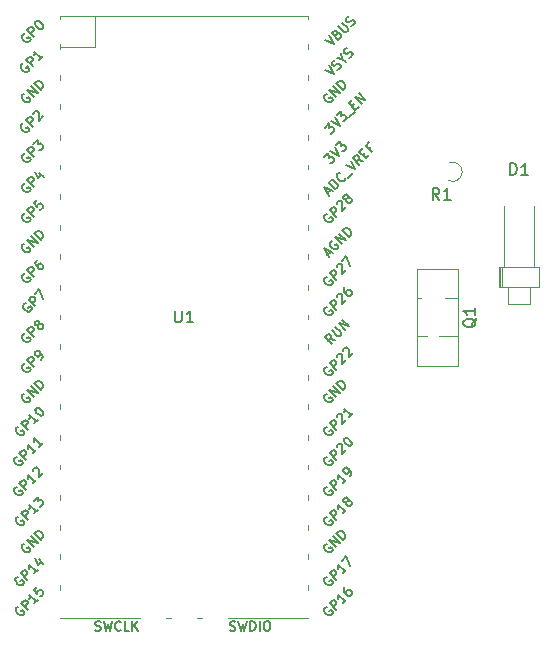
<source format=gbr>
%TF.GenerationSoftware,KiCad,Pcbnew,8.0.0*%
%TF.CreationDate,2024-03-27T20:18:41-03:00*%
%TF.ProjectId,ponderadaPcb,706f6e64-6572-4616-9461-5063622e6b69,rev?*%
%TF.SameCoordinates,Original*%
%TF.FileFunction,Legend,Top*%
%TF.FilePolarity,Positive*%
%FSLAX46Y46*%
G04 Gerber Fmt 4.6, Leading zero omitted, Abs format (unit mm)*
G04 Created by KiCad (PCBNEW 8.0.0) date 2024-03-27 20:18:41*
%MOMM*%
%LPD*%
G01*
G04 APERTURE LIST*
%ADD10C,0.150000*%
%ADD11C,0.120000*%
G04 APERTURE END LIST*
D10*
X144383095Y-94239819D02*
X144383095Y-95049342D01*
X144383095Y-95049342D02*
X144430714Y-95144580D01*
X144430714Y-95144580D02*
X144478333Y-95192200D01*
X144478333Y-95192200D02*
X144573571Y-95239819D01*
X144573571Y-95239819D02*
X144764047Y-95239819D01*
X144764047Y-95239819D02*
X144859285Y-95192200D01*
X144859285Y-95192200D02*
X144906904Y-95144580D01*
X144906904Y-95144580D02*
X144954523Y-95049342D01*
X144954523Y-95049342D02*
X144954523Y-94239819D01*
X145954523Y-95239819D02*
X145383095Y-95239819D01*
X145668809Y-95239819D02*
X145668809Y-94239819D01*
X145668809Y-94239819D02*
X145573571Y-94382676D01*
X145573571Y-94382676D02*
X145478333Y-94477914D01*
X145478333Y-94477914D02*
X145383095Y-94525533D01*
X130988998Y-106605868D02*
X130908185Y-106632805D01*
X130908185Y-106632805D02*
X130827373Y-106713618D01*
X130827373Y-106713618D02*
X130773498Y-106821367D01*
X130773498Y-106821367D02*
X130773498Y-106929117D01*
X130773498Y-106929117D02*
X130800436Y-107009929D01*
X130800436Y-107009929D02*
X130881248Y-107144616D01*
X130881248Y-107144616D02*
X130962060Y-107225428D01*
X130962060Y-107225428D02*
X131096747Y-107306241D01*
X131096747Y-107306241D02*
X131177560Y-107333178D01*
X131177560Y-107333178D02*
X131285309Y-107333178D01*
X131285309Y-107333178D02*
X131393059Y-107279303D01*
X131393059Y-107279303D02*
X131446934Y-107225428D01*
X131446934Y-107225428D02*
X131500808Y-107117679D01*
X131500808Y-107117679D02*
X131500808Y-107063804D01*
X131500808Y-107063804D02*
X131312247Y-106875242D01*
X131312247Y-106875242D02*
X131204497Y-106982992D01*
X131797120Y-106875242D02*
X131231434Y-106309557D01*
X131231434Y-106309557D02*
X131446934Y-106094057D01*
X131446934Y-106094057D02*
X131527746Y-106067120D01*
X131527746Y-106067120D02*
X131581621Y-106067120D01*
X131581621Y-106067120D02*
X131662433Y-106094057D01*
X131662433Y-106094057D02*
X131743245Y-106174870D01*
X131743245Y-106174870D02*
X131770182Y-106255682D01*
X131770182Y-106255682D02*
X131770182Y-106309557D01*
X131770182Y-106309557D02*
X131743245Y-106390369D01*
X131743245Y-106390369D02*
X131527746Y-106605868D01*
X132659117Y-106013245D02*
X132335868Y-106336494D01*
X132497492Y-106174870D02*
X131931807Y-105609184D01*
X131931807Y-105609184D02*
X131958744Y-105743871D01*
X131958744Y-105743871D02*
X131958744Y-105851621D01*
X131958744Y-105851621D02*
X131931807Y-105932433D01*
X133197865Y-105474497D02*
X132874616Y-105797746D01*
X133036240Y-105636121D02*
X132470555Y-105070436D01*
X132470555Y-105070436D02*
X132497492Y-105205123D01*
X132497492Y-105205123D02*
X132497492Y-105312873D01*
X132497492Y-105312873D02*
X132470555Y-105393685D01*
X157296873Y-89526240D02*
X157566247Y-89256866D01*
X157404623Y-89741739D02*
X157027499Y-88987492D01*
X157027499Y-88987492D02*
X157781746Y-89364615D01*
X157727871Y-88340994D02*
X157647059Y-88367932D01*
X157647059Y-88367932D02*
X157566247Y-88448744D01*
X157566247Y-88448744D02*
X157512372Y-88556494D01*
X157512372Y-88556494D02*
X157512372Y-88664243D01*
X157512372Y-88664243D02*
X157539310Y-88745055D01*
X157539310Y-88745055D02*
X157620122Y-88879742D01*
X157620122Y-88879742D02*
X157700934Y-88960555D01*
X157700934Y-88960555D02*
X157835621Y-89041367D01*
X157835621Y-89041367D02*
X157916433Y-89068304D01*
X157916433Y-89068304D02*
X158024183Y-89068304D01*
X158024183Y-89068304D02*
X158131932Y-89014429D01*
X158131932Y-89014429D02*
X158185807Y-88960555D01*
X158185807Y-88960555D02*
X158239682Y-88852805D01*
X158239682Y-88852805D02*
X158239682Y-88798930D01*
X158239682Y-88798930D02*
X158051120Y-88610368D01*
X158051120Y-88610368D02*
X157943371Y-88718118D01*
X158535993Y-88610368D02*
X157970308Y-88044683D01*
X157970308Y-88044683D02*
X158859242Y-88287120D01*
X158859242Y-88287120D02*
X158293557Y-87721434D01*
X159128616Y-88017746D02*
X158562931Y-87452060D01*
X158562931Y-87452060D02*
X158697618Y-87317373D01*
X158697618Y-87317373D02*
X158805367Y-87263498D01*
X158805367Y-87263498D02*
X158913117Y-87263498D01*
X158913117Y-87263498D02*
X158993929Y-87290436D01*
X158993929Y-87290436D02*
X159128616Y-87371248D01*
X159128616Y-87371248D02*
X159209428Y-87452060D01*
X159209428Y-87452060D02*
X159290241Y-87586747D01*
X159290241Y-87586747D02*
X159317178Y-87667560D01*
X159317178Y-87667560D02*
X159317178Y-87775309D01*
X159317178Y-87775309D02*
X159263303Y-87883059D01*
X159263303Y-87883059D02*
X159128616Y-88017746D01*
X157231435Y-113983431D02*
X157150623Y-114010368D01*
X157150623Y-114010368D02*
X157069811Y-114091180D01*
X157069811Y-114091180D02*
X157015936Y-114198930D01*
X157015936Y-114198930D02*
X157015936Y-114306680D01*
X157015936Y-114306680D02*
X157042873Y-114387492D01*
X157042873Y-114387492D02*
X157123685Y-114522179D01*
X157123685Y-114522179D02*
X157204498Y-114602991D01*
X157204498Y-114602991D02*
X157339185Y-114683803D01*
X157339185Y-114683803D02*
X157419997Y-114710741D01*
X157419997Y-114710741D02*
X157527746Y-114710741D01*
X157527746Y-114710741D02*
X157635496Y-114656866D01*
X157635496Y-114656866D02*
X157689371Y-114602991D01*
X157689371Y-114602991D02*
X157743246Y-114495241D01*
X157743246Y-114495241D02*
X157743246Y-114441367D01*
X157743246Y-114441367D02*
X157554684Y-114252805D01*
X157554684Y-114252805D02*
X157446934Y-114360554D01*
X158039557Y-114252805D02*
X157473872Y-113687119D01*
X157473872Y-113687119D02*
X158362806Y-113929556D01*
X158362806Y-113929556D02*
X157797120Y-113363871D01*
X158632180Y-113660182D02*
X158066494Y-113094497D01*
X158066494Y-113094497D02*
X158201181Y-112959810D01*
X158201181Y-112959810D02*
X158308931Y-112905935D01*
X158308931Y-112905935D02*
X158416680Y-112905935D01*
X158416680Y-112905935D02*
X158497493Y-112932872D01*
X158497493Y-112932872D02*
X158632180Y-113013685D01*
X158632180Y-113013685D02*
X158712992Y-113094497D01*
X158712992Y-113094497D02*
X158793804Y-113229184D01*
X158793804Y-113229184D02*
X158820741Y-113309996D01*
X158820741Y-113309996D02*
X158820741Y-113417746D01*
X158820741Y-113417746D02*
X158766867Y-113525495D01*
X158766867Y-113525495D02*
X158632180Y-113660182D01*
X157098406Y-71312585D02*
X157852653Y-71689709D01*
X157852653Y-71689709D02*
X157475529Y-70935462D01*
X158122027Y-70827712D02*
X158229776Y-70773838D01*
X158229776Y-70773838D02*
X158283651Y-70773838D01*
X158283651Y-70773838D02*
X158364463Y-70800775D01*
X158364463Y-70800775D02*
X158445276Y-70881587D01*
X158445276Y-70881587D02*
X158472213Y-70962399D01*
X158472213Y-70962399D02*
X158472213Y-71016274D01*
X158472213Y-71016274D02*
X158445276Y-71097086D01*
X158445276Y-71097086D02*
X158229776Y-71312586D01*
X158229776Y-71312586D02*
X157664091Y-70746900D01*
X157664091Y-70746900D02*
X157852653Y-70558338D01*
X157852653Y-70558338D02*
X157933465Y-70531401D01*
X157933465Y-70531401D02*
X157987340Y-70531401D01*
X157987340Y-70531401D02*
X158068152Y-70558338D01*
X158068152Y-70558338D02*
X158122027Y-70612213D01*
X158122027Y-70612213D02*
X158148964Y-70693025D01*
X158148964Y-70693025D02*
X158148964Y-70746900D01*
X158148964Y-70746900D02*
X158122027Y-70827712D01*
X158122027Y-70827712D02*
X157933465Y-71016274D01*
X158229776Y-70181215D02*
X158687712Y-70639151D01*
X158687712Y-70639151D02*
X158768524Y-70666088D01*
X158768524Y-70666088D02*
X158822399Y-70666088D01*
X158822399Y-70666088D02*
X158903211Y-70639151D01*
X158903211Y-70639151D02*
X159010961Y-70531401D01*
X159010961Y-70531401D02*
X159037898Y-70450589D01*
X159037898Y-70450589D02*
X159037898Y-70396714D01*
X159037898Y-70396714D02*
X159010961Y-70315902D01*
X159010961Y-70315902D02*
X158553025Y-69857966D01*
X159334210Y-70154277D02*
X159441959Y-70100403D01*
X159441959Y-70100403D02*
X159576646Y-69965716D01*
X159576646Y-69965716D02*
X159603584Y-69884903D01*
X159603584Y-69884903D02*
X159603584Y-69831029D01*
X159603584Y-69831029D02*
X159576646Y-69750216D01*
X159576646Y-69750216D02*
X159522771Y-69696342D01*
X159522771Y-69696342D02*
X159441959Y-69669404D01*
X159441959Y-69669404D02*
X159388084Y-69669404D01*
X159388084Y-69669404D02*
X159307272Y-69696342D01*
X159307272Y-69696342D02*
X159172585Y-69777154D01*
X159172585Y-69777154D02*
X159091773Y-69804091D01*
X159091773Y-69804091D02*
X159037898Y-69804091D01*
X159037898Y-69804091D02*
X158957086Y-69777154D01*
X158957086Y-69777154D02*
X158903211Y-69723279D01*
X158903211Y-69723279D02*
X158876274Y-69642467D01*
X158876274Y-69642467D02*
X158876274Y-69588592D01*
X158876274Y-69588592D02*
X158903211Y-69507780D01*
X158903211Y-69507780D02*
X159037898Y-69373093D01*
X159037898Y-69373093D02*
X159145648Y-69319218D01*
X157231435Y-75883431D02*
X157150623Y-75910368D01*
X157150623Y-75910368D02*
X157069811Y-75991180D01*
X157069811Y-75991180D02*
X157015936Y-76098930D01*
X157015936Y-76098930D02*
X157015936Y-76206680D01*
X157015936Y-76206680D02*
X157042873Y-76287492D01*
X157042873Y-76287492D02*
X157123685Y-76422179D01*
X157123685Y-76422179D02*
X157204498Y-76502991D01*
X157204498Y-76502991D02*
X157339185Y-76583803D01*
X157339185Y-76583803D02*
X157419997Y-76610741D01*
X157419997Y-76610741D02*
X157527746Y-76610741D01*
X157527746Y-76610741D02*
X157635496Y-76556866D01*
X157635496Y-76556866D02*
X157689371Y-76502991D01*
X157689371Y-76502991D02*
X157743246Y-76395241D01*
X157743246Y-76395241D02*
X157743246Y-76341367D01*
X157743246Y-76341367D02*
X157554684Y-76152805D01*
X157554684Y-76152805D02*
X157446934Y-76260554D01*
X158039557Y-76152805D02*
X157473872Y-75587119D01*
X157473872Y-75587119D02*
X158362806Y-75829556D01*
X158362806Y-75829556D02*
X157797120Y-75263871D01*
X158632180Y-75560182D02*
X158066494Y-74994497D01*
X158066494Y-74994497D02*
X158201181Y-74859810D01*
X158201181Y-74859810D02*
X158308931Y-74805935D01*
X158308931Y-74805935D02*
X158416680Y-74805935D01*
X158416680Y-74805935D02*
X158497493Y-74832872D01*
X158497493Y-74832872D02*
X158632180Y-74913685D01*
X158632180Y-74913685D02*
X158712992Y-74994497D01*
X158712992Y-74994497D02*
X158793804Y-75129184D01*
X158793804Y-75129184D02*
X158820741Y-75209996D01*
X158820741Y-75209996D02*
X158820741Y-75317746D01*
X158820741Y-75317746D02*
X158766867Y-75425495D01*
X158766867Y-75425495D02*
X158632180Y-75560182D01*
X131134998Y-111685868D02*
X131054185Y-111712805D01*
X131054185Y-111712805D02*
X130973373Y-111793618D01*
X130973373Y-111793618D02*
X130919498Y-111901367D01*
X130919498Y-111901367D02*
X130919498Y-112009117D01*
X130919498Y-112009117D02*
X130946436Y-112089929D01*
X130946436Y-112089929D02*
X131027248Y-112224616D01*
X131027248Y-112224616D02*
X131108060Y-112305428D01*
X131108060Y-112305428D02*
X131242747Y-112386241D01*
X131242747Y-112386241D02*
X131323560Y-112413178D01*
X131323560Y-112413178D02*
X131431309Y-112413178D01*
X131431309Y-112413178D02*
X131539059Y-112359303D01*
X131539059Y-112359303D02*
X131592934Y-112305428D01*
X131592934Y-112305428D02*
X131646808Y-112197679D01*
X131646808Y-112197679D02*
X131646808Y-112143804D01*
X131646808Y-112143804D02*
X131458247Y-111955242D01*
X131458247Y-111955242D02*
X131350497Y-112062992D01*
X131943120Y-111955242D02*
X131377434Y-111389557D01*
X131377434Y-111389557D02*
X131592934Y-111174057D01*
X131592934Y-111174057D02*
X131673746Y-111147120D01*
X131673746Y-111147120D02*
X131727621Y-111147120D01*
X131727621Y-111147120D02*
X131808433Y-111174057D01*
X131808433Y-111174057D02*
X131889245Y-111254870D01*
X131889245Y-111254870D02*
X131916182Y-111335682D01*
X131916182Y-111335682D02*
X131916182Y-111389557D01*
X131916182Y-111389557D02*
X131889245Y-111470369D01*
X131889245Y-111470369D02*
X131673746Y-111685868D01*
X132805117Y-111093245D02*
X132481868Y-111416494D01*
X132643492Y-111254870D02*
X132077807Y-110689184D01*
X132077807Y-110689184D02*
X132104744Y-110823871D01*
X132104744Y-110823871D02*
X132104744Y-110931621D01*
X132104744Y-110931621D02*
X132077807Y-111012433D01*
X132427993Y-110338998D02*
X132778179Y-109988812D01*
X132778179Y-109988812D02*
X132805117Y-110392873D01*
X132805117Y-110392873D02*
X132885929Y-110312060D01*
X132885929Y-110312060D02*
X132966741Y-110285123D01*
X132966741Y-110285123D02*
X133020616Y-110285123D01*
X133020616Y-110285123D02*
X133101428Y-110312060D01*
X133101428Y-110312060D02*
X133236115Y-110446747D01*
X133236115Y-110446747D02*
X133263053Y-110527560D01*
X133263053Y-110527560D02*
X133263053Y-110581434D01*
X133263053Y-110581434D02*
X133236115Y-110662247D01*
X133236115Y-110662247D02*
X133074491Y-110823871D01*
X133074491Y-110823871D02*
X132993679Y-110850808D01*
X132993679Y-110850808D02*
X132939804Y-110850808D01*
X157300064Y-84319049D02*
X157569438Y-84049675D01*
X157407813Y-84534549D02*
X157030690Y-83780301D01*
X157030690Y-83780301D02*
X157784937Y-84157425D01*
X157973499Y-83968863D02*
X157407813Y-83403178D01*
X157407813Y-83403178D02*
X157542500Y-83268491D01*
X157542500Y-83268491D02*
X157650250Y-83214616D01*
X157650250Y-83214616D02*
X157757999Y-83214616D01*
X157757999Y-83214616D02*
X157838812Y-83241553D01*
X157838812Y-83241553D02*
X157973499Y-83322366D01*
X157973499Y-83322366D02*
X158054311Y-83403178D01*
X158054311Y-83403178D02*
X158135123Y-83537865D01*
X158135123Y-83537865D02*
X158162060Y-83618677D01*
X158162060Y-83618677D02*
X158162060Y-83726427D01*
X158162060Y-83726427D02*
X158108186Y-83834176D01*
X158108186Y-83834176D02*
X157973499Y-83968863D01*
X158808558Y-83026054D02*
X158808558Y-83079929D01*
X158808558Y-83079929D02*
X158754683Y-83187679D01*
X158754683Y-83187679D02*
X158700808Y-83241553D01*
X158700808Y-83241553D02*
X158593059Y-83295428D01*
X158593059Y-83295428D02*
X158485309Y-83295428D01*
X158485309Y-83295428D02*
X158404497Y-83268491D01*
X158404497Y-83268491D02*
X158269810Y-83187679D01*
X158269810Y-83187679D02*
X158188998Y-83106866D01*
X158188998Y-83106866D02*
X158108186Y-82972179D01*
X158108186Y-82972179D02*
X158081248Y-82891367D01*
X158081248Y-82891367D02*
X158081248Y-82783618D01*
X158081248Y-82783618D02*
X158135123Y-82675868D01*
X158135123Y-82675868D02*
X158188998Y-82621993D01*
X158188998Y-82621993D02*
X158296747Y-82568118D01*
X158296747Y-82568118D02*
X158350622Y-82568118D01*
X159024057Y-83026054D02*
X159455056Y-82595056D01*
X158889370Y-81921621D02*
X159643618Y-82298744D01*
X159643618Y-82298744D02*
X159266494Y-81544497D01*
X160343990Y-81598372D02*
X159886054Y-81517560D01*
X160020741Y-81921621D02*
X159455056Y-81355935D01*
X159455056Y-81355935D02*
X159670555Y-81140436D01*
X159670555Y-81140436D02*
X159751367Y-81113499D01*
X159751367Y-81113499D02*
X159805242Y-81113499D01*
X159805242Y-81113499D02*
X159886054Y-81140436D01*
X159886054Y-81140436D02*
X159966866Y-81221248D01*
X159966866Y-81221248D02*
X159993804Y-81302061D01*
X159993804Y-81302061D02*
X159993804Y-81355935D01*
X159993804Y-81355935D02*
X159966866Y-81436748D01*
X159966866Y-81436748D02*
X159751367Y-81652247D01*
X160290115Y-81059624D02*
X160478677Y-80871062D01*
X160855800Y-81086561D02*
X160586426Y-81355935D01*
X160586426Y-81355935D02*
X160020741Y-80790250D01*
X160020741Y-80790250D02*
X160290115Y-80520876D01*
X160990488Y-80359251D02*
X160801926Y-80547813D01*
X161098237Y-80844125D02*
X160532552Y-80278439D01*
X160532552Y-80278439D02*
X160801926Y-80009065D01*
X131658372Y-83476494D02*
X131577560Y-83503431D01*
X131577560Y-83503431D02*
X131496748Y-83584243D01*
X131496748Y-83584243D02*
X131442873Y-83691993D01*
X131442873Y-83691993D02*
X131442873Y-83799742D01*
X131442873Y-83799742D02*
X131469810Y-83880555D01*
X131469810Y-83880555D02*
X131550623Y-84015242D01*
X131550623Y-84015242D02*
X131631435Y-84096054D01*
X131631435Y-84096054D02*
X131766122Y-84176866D01*
X131766122Y-84176866D02*
X131846934Y-84203803D01*
X131846934Y-84203803D02*
X131954684Y-84203803D01*
X131954684Y-84203803D02*
X132062433Y-84149929D01*
X132062433Y-84149929D02*
X132116308Y-84096054D01*
X132116308Y-84096054D02*
X132170183Y-83988304D01*
X132170183Y-83988304D02*
X132170183Y-83934429D01*
X132170183Y-83934429D02*
X131981621Y-83745868D01*
X131981621Y-83745868D02*
X131873871Y-83853617D01*
X132466494Y-83745868D02*
X131900809Y-83180182D01*
X131900809Y-83180182D02*
X132116308Y-82964683D01*
X132116308Y-82964683D02*
X132197120Y-82937746D01*
X132197120Y-82937746D02*
X132250995Y-82937746D01*
X132250995Y-82937746D02*
X132331807Y-82964683D01*
X132331807Y-82964683D02*
X132412619Y-83045495D01*
X132412619Y-83045495D02*
X132439557Y-83126307D01*
X132439557Y-83126307D02*
X132439557Y-83180182D01*
X132439557Y-83180182D02*
X132412619Y-83260994D01*
X132412619Y-83260994D02*
X132197120Y-83476494D01*
X132897493Y-82560622D02*
X133274616Y-82937746D01*
X132547306Y-82479810D02*
X132816680Y-83018558D01*
X132816680Y-83018558D02*
X133166867Y-82668372D01*
X131758372Y-93606494D02*
X131677560Y-93633431D01*
X131677560Y-93633431D02*
X131596748Y-93714243D01*
X131596748Y-93714243D02*
X131542873Y-93821993D01*
X131542873Y-93821993D02*
X131542873Y-93929742D01*
X131542873Y-93929742D02*
X131569810Y-94010555D01*
X131569810Y-94010555D02*
X131650623Y-94145242D01*
X131650623Y-94145242D02*
X131731435Y-94226054D01*
X131731435Y-94226054D02*
X131866122Y-94306866D01*
X131866122Y-94306866D02*
X131946934Y-94333803D01*
X131946934Y-94333803D02*
X132054684Y-94333803D01*
X132054684Y-94333803D02*
X132162433Y-94279929D01*
X132162433Y-94279929D02*
X132216308Y-94226054D01*
X132216308Y-94226054D02*
X132270183Y-94118304D01*
X132270183Y-94118304D02*
X132270183Y-94064429D01*
X132270183Y-94064429D02*
X132081621Y-93875868D01*
X132081621Y-93875868D02*
X131973871Y-93983617D01*
X132566494Y-93875868D02*
X132000809Y-93310182D01*
X132000809Y-93310182D02*
X132216308Y-93094683D01*
X132216308Y-93094683D02*
X132297120Y-93067746D01*
X132297120Y-93067746D02*
X132350995Y-93067746D01*
X132350995Y-93067746D02*
X132431807Y-93094683D01*
X132431807Y-93094683D02*
X132512619Y-93175495D01*
X132512619Y-93175495D02*
X132539557Y-93256307D01*
X132539557Y-93256307D02*
X132539557Y-93310182D01*
X132539557Y-93310182D02*
X132512619Y-93390994D01*
X132512619Y-93390994D02*
X132297120Y-93606494D01*
X132512619Y-92798372D02*
X132889743Y-92421248D01*
X132889743Y-92421248D02*
X133212992Y-93229370D01*
X131134998Y-119305868D02*
X131054185Y-119332805D01*
X131054185Y-119332805D02*
X130973373Y-119413618D01*
X130973373Y-119413618D02*
X130919498Y-119521367D01*
X130919498Y-119521367D02*
X130919498Y-119629117D01*
X130919498Y-119629117D02*
X130946436Y-119709929D01*
X130946436Y-119709929D02*
X131027248Y-119844616D01*
X131027248Y-119844616D02*
X131108060Y-119925428D01*
X131108060Y-119925428D02*
X131242747Y-120006241D01*
X131242747Y-120006241D02*
X131323560Y-120033178D01*
X131323560Y-120033178D02*
X131431309Y-120033178D01*
X131431309Y-120033178D02*
X131539059Y-119979303D01*
X131539059Y-119979303D02*
X131592934Y-119925428D01*
X131592934Y-119925428D02*
X131646808Y-119817679D01*
X131646808Y-119817679D02*
X131646808Y-119763804D01*
X131646808Y-119763804D02*
X131458247Y-119575242D01*
X131458247Y-119575242D02*
X131350497Y-119682992D01*
X131943120Y-119575242D02*
X131377434Y-119009557D01*
X131377434Y-119009557D02*
X131592934Y-118794057D01*
X131592934Y-118794057D02*
X131673746Y-118767120D01*
X131673746Y-118767120D02*
X131727621Y-118767120D01*
X131727621Y-118767120D02*
X131808433Y-118794057D01*
X131808433Y-118794057D02*
X131889245Y-118874870D01*
X131889245Y-118874870D02*
X131916182Y-118955682D01*
X131916182Y-118955682D02*
X131916182Y-119009557D01*
X131916182Y-119009557D02*
X131889245Y-119090369D01*
X131889245Y-119090369D02*
X131673746Y-119305868D01*
X132805117Y-118713245D02*
X132481868Y-119036494D01*
X132643492Y-118874870D02*
X132077807Y-118309184D01*
X132077807Y-118309184D02*
X132104744Y-118443871D01*
X132104744Y-118443871D02*
X132104744Y-118551621D01*
X132104744Y-118551621D02*
X132077807Y-118632433D01*
X132751242Y-117635749D02*
X132481868Y-117905123D01*
X132481868Y-117905123D02*
X132724305Y-118201434D01*
X132724305Y-118201434D02*
X132724305Y-118147560D01*
X132724305Y-118147560D02*
X132751242Y-118066747D01*
X132751242Y-118066747D02*
X132885929Y-117932060D01*
X132885929Y-117932060D02*
X132966741Y-117905123D01*
X132966741Y-117905123D02*
X133020616Y-117905123D01*
X133020616Y-117905123D02*
X133101428Y-117932060D01*
X133101428Y-117932060D02*
X133236115Y-118066747D01*
X133236115Y-118066747D02*
X133263053Y-118147560D01*
X133263053Y-118147560D02*
X133263053Y-118201434D01*
X133263053Y-118201434D02*
X133236115Y-118282247D01*
X133236115Y-118282247D02*
X133101428Y-118416934D01*
X133101428Y-118416934D02*
X133020616Y-118443871D01*
X133020616Y-118443871D02*
X132966741Y-118443871D01*
X157242998Y-116765868D02*
X157162185Y-116792805D01*
X157162185Y-116792805D02*
X157081373Y-116873618D01*
X157081373Y-116873618D02*
X157027498Y-116981367D01*
X157027498Y-116981367D02*
X157027498Y-117089117D01*
X157027498Y-117089117D02*
X157054436Y-117169929D01*
X157054436Y-117169929D02*
X157135248Y-117304616D01*
X157135248Y-117304616D02*
X157216060Y-117385428D01*
X157216060Y-117385428D02*
X157350747Y-117466241D01*
X157350747Y-117466241D02*
X157431560Y-117493178D01*
X157431560Y-117493178D02*
X157539309Y-117493178D01*
X157539309Y-117493178D02*
X157647059Y-117439303D01*
X157647059Y-117439303D02*
X157700934Y-117385428D01*
X157700934Y-117385428D02*
X157754808Y-117277679D01*
X157754808Y-117277679D02*
X157754808Y-117223804D01*
X157754808Y-117223804D02*
X157566247Y-117035242D01*
X157566247Y-117035242D02*
X157458497Y-117142992D01*
X158051120Y-117035242D02*
X157485434Y-116469557D01*
X157485434Y-116469557D02*
X157700934Y-116254057D01*
X157700934Y-116254057D02*
X157781746Y-116227120D01*
X157781746Y-116227120D02*
X157835621Y-116227120D01*
X157835621Y-116227120D02*
X157916433Y-116254057D01*
X157916433Y-116254057D02*
X157997245Y-116334870D01*
X157997245Y-116334870D02*
X158024182Y-116415682D01*
X158024182Y-116415682D02*
X158024182Y-116469557D01*
X158024182Y-116469557D02*
X157997245Y-116550369D01*
X157997245Y-116550369D02*
X157781746Y-116765868D01*
X158913117Y-116173245D02*
X158589868Y-116496494D01*
X158751492Y-116334870D02*
X158185807Y-115769184D01*
X158185807Y-115769184D02*
X158212744Y-115903871D01*
X158212744Y-115903871D02*
X158212744Y-116011621D01*
X158212744Y-116011621D02*
X158185807Y-116092433D01*
X158535993Y-115418998D02*
X158913117Y-115041874D01*
X158913117Y-115041874D02*
X159236366Y-115849996D01*
X157242998Y-93905868D02*
X157162185Y-93932805D01*
X157162185Y-93932805D02*
X157081373Y-94013618D01*
X157081373Y-94013618D02*
X157027498Y-94121367D01*
X157027498Y-94121367D02*
X157027498Y-94229117D01*
X157027498Y-94229117D02*
X157054436Y-94309929D01*
X157054436Y-94309929D02*
X157135248Y-94444616D01*
X157135248Y-94444616D02*
X157216060Y-94525428D01*
X157216060Y-94525428D02*
X157350747Y-94606241D01*
X157350747Y-94606241D02*
X157431560Y-94633178D01*
X157431560Y-94633178D02*
X157539309Y-94633178D01*
X157539309Y-94633178D02*
X157647059Y-94579303D01*
X157647059Y-94579303D02*
X157700934Y-94525428D01*
X157700934Y-94525428D02*
X157754808Y-94417679D01*
X157754808Y-94417679D02*
X157754808Y-94363804D01*
X157754808Y-94363804D02*
X157566247Y-94175242D01*
X157566247Y-94175242D02*
X157458497Y-94282992D01*
X158051120Y-94175242D02*
X157485434Y-93609557D01*
X157485434Y-93609557D02*
X157700934Y-93394057D01*
X157700934Y-93394057D02*
X157781746Y-93367120D01*
X157781746Y-93367120D02*
X157835621Y-93367120D01*
X157835621Y-93367120D02*
X157916433Y-93394057D01*
X157916433Y-93394057D02*
X157997245Y-93474870D01*
X157997245Y-93474870D02*
X158024182Y-93555682D01*
X158024182Y-93555682D02*
X158024182Y-93609557D01*
X158024182Y-93609557D02*
X157997245Y-93690369D01*
X157997245Y-93690369D02*
X157781746Y-93905868D01*
X158078057Y-93124683D02*
X158078057Y-93070809D01*
X158078057Y-93070809D02*
X158104995Y-92989996D01*
X158104995Y-92989996D02*
X158239682Y-92855309D01*
X158239682Y-92855309D02*
X158320494Y-92828372D01*
X158320494Y-92828372D02*
X158374369Y-92828372D01*
X158374369Y-92828372D02*
X158455181Y-92855309D01*
X158455181Y-92855309D02*
X158509056Y-92909184D01*
X158509056Y-92909184D02*
X158562930Y-93016934D01*
X158562930Y-93016934D02*
X158562930Y-93663431D01*
X158562930Y-93663431D02*
X158913117Y-93313245D01*
X158832305Y-92262686D02*
X158724555Y-92370436D01*
X158724555Y-92370436D02*
X158697618Y-92451248D01*
X158697618Y-92451248D02*
X158697618Y-92505123D01*
X158697618Y-92505123D02*
X158724555Y-92639810D01*
X158724555Y-92639810D02*
X158805367Y-92774497D01*
X158805367Y-92774497D02*
X159020866Y-92989996D01*
X159020866Y-92989996D02*
X159101679Y-93016934D01*
X159101679Y-93016934D02*
X159155553Y-93016934D01*
X159155553Y-93016934D02*
X159236366Y-92989996D01*
X159236366Y-92989996D02*
X159344115Y-92882247D01*
X159344115Y-92882247D02*
X159371053Y-92801434D01*
X159371053Y-92801434D02*
X159371053Y-92747560D01*
X159371053Y-92747560D02*
X159344115Y-92666747D01*
X159344115Y-92666747D02*
X159209428Y-92532060D01*
X159209428Y-92532060D02*
X159128616Y-92505123D01*
X159128616Y-92505123D02*
X159074741Y-92505123D01*
X159074741Y-92505123D02*
X158993929Y-92532060D01*
X158993929Y-92532060D02*
X158886179Y-92639810D01*
X158886179Y-92639810D02*
X158859242Y-92720622D01*
X158859242Y-92720622D02*
X158859242Y-92774497D01*
X158859242Y-92774497D02*
X158886179Y-92855309D01*
X137635475Y-121309200D02*
X137749761Y-121347295D01*
X137749761Y-121347295D02*
X137940237Y-121347295D01*
X137940237Y-121347295D02*
X138016428Y-121309200D01*
X138016428Y-121309200D02*
X138054523Y-121271104D01*
X138054523Y-121271104D02*
X138092618Y-121194914D01*
X138092618Y-121194914D02*
X138092618Y-121118723D01*
X138092618Y-121118723D02*
X138054523Y-121042533D01*
X138054523Y-121042533D02*
X138016428Y-121004438D01*
X138016428Y-121004438D02*
X137940237Y-120966342D01*
X137940237Y-120966342D02*
X137787856Y-120928247D01*
X137787856Y-120928247D02*
X137711666Y-120890152D01*
X137711666Y-120890152D02*
X137673571Y-120852057D01*
X137673571Y-120852057D02*
X137635475Y-120775866D01*
X137635475Y-120775866D02*
X137635475Y-120699676D01*
X137635475Y-120699676D02*
X137673571Y-120623485D01*
X137673571Y-120623485D02*
X137711666Y-120585390D01*
X137711666Y-120585390D02*
X137787856Y-120547295D01*
X137787856Y-120547295D02*
X137978333Y-120547295D01*
X137978333Y-120547295D02*
X138092618Y-120585390D01*
X138359285Y-120547295D02*
X138549761Y-121347295D01*
X138549761Y-121347295D02*
X138702142Y-120775866D01*
X138702142Y-120775866D02*
X138854523Y-121347295D01*
X138854523Y-121347295D02*
X139045000Y-120547295D01*
X139806905Y-121271104D02*
X139768809Y-121309200D01*
X139768809Y-121309200D02*
X139654524Y-121347295D01*
X139654524Y-121347295D02*
X139578333Y-121347295D01*
X139578333Y-121347295D02*
X139464047Y-121309200D01*
X139464047Y-121309200D02*
X139387857Y-121233009D01*
X139387857Y-121233009D02*
X139349762Y-121156819D01*
X139349762Y-121156819D02*
X139311666Y-121004438D01*
X139311666Y-121004438D02*
X139311666Y-120890152D01*
X139311666Y-120890152D02*
X139349762Y-120737771D01*
X139349762Y-120737771D02*
X139387857Y-120661580D01*
X139387857Y-120661580D02*
X139464047Y-120585390D01*
X139464047Y-120585390D02*
X139578333Y-120547295D01*
X139578333Y-120547295D02*
X139654524Y-120547295D01*
X139654524Y-120547295D02*
X139768809Y-120585390D01*
X139768809Y-120585390D02*
X139806905Y-120623485D01*
X140530714Y-121347295D02*
X140149762Y-121347295D01*
X140149762Y-121347295D02*
X140149762Y-120547295D01*
X140797381Y-121347295D02*
X140797381Y-120547295D01*
X141254524Y-121347295D02*
X140911666Y-120890152D01*
X141254524Y-120547295D02*
X140797381Y-121004438D01*
X157067407Y-78743584D02*
X157417593Y-78393398D01*
X157417593Y-78393398D02*
X157444531Y-78797459D01*
X157444531Y-78797459D02*
X157525343Y-78716646D01*
X157525343Y-78716646D02*
X157606155Y-78689709D01*
X157606155Y-78689709D02*
X157660030Y-78689709D01*
X157660030Y-78689709D02*
X157740842Y-78716646D01*
X157740842Y-78716646D02*
X157875529Y-78851333D01*
X157875529Y-78851333D02*
X157902467Y-78932146D01*
X157902467Y-78932146D02*
X157902467Y-78986020D01*
X157902467Y-78986020D02*
X157875529Y-79066833D01*
X157875529Y-79066833D02*
X157713905Y-79228457D01*
X157713905Y-79228457D02*
X157633093Y-79255394D01*
X157633093Y-79255394D02*
X157579218Y-79255394D01*
X157579218Y-78231773D02*
X158333465Y-78608897D01*
X158333465Y-78608897D02*
X157956342Y-77854649D01*
X158091028Y-77719963D02*
X158441215Y-77369776D01*
X158441215Y-77369776D02*
X158468152Y-77773837D01*
X158468152Y-77773837D02*
X158548964Y-77693025D01*
X158548964Y-77693025D02*
X158629776Y-77666088D01*
X158629776Y-77666088D02*
X158683651Y-77666088D01*
X158683651Y-77666088D02*
X158764464Y-77693025D01*
X158764464Y-77693025D02*
X158899151Y-77827712D01*
X158899151Y-77827712D02*
X158926088Y-77908524D01*
X158926088Y-77908524D02*
X158926088Y-77962399D01*
X158926088Y-77962399D02*
X158899151Y-78043211D01*
X158899151Y-78043211D02*
X158737526Y-78204836D01*
X158737526Y-78204836D02*
X158656714Y-78231773D01*
X158656714Y-78231773D02*
X158602839Y-78231773D01*
X159168525Y-77881587D02*
X159599523Y-77450588D01*
X159384024Y-76965715D02*
X159572586Y-76777153D01*
X159949709Y-76992652D02*
X159680335Y-77262026D01*
X159680335Y-77262026D02*
X159114650Y-76696341D01*
X159114650Y-76696341D02*
X159384024Y-76426967D01*
X160192146Y-76750215D02*
X159626461Y-76184530D01*
X159626461Y-76184530D02*
X160515395Y-76426967D01*
X160515395Y-76426967D02*
X159949710Y-75861281D01*
X157035123Y-81275868D02*
X157385309Y-80925682D01*
X157385309Y-80925682D02*
X157412247Y-81329743D01*
X157412247Y-81329743D02*
X157493059Y-81248931D01*
X157493059Y-81248931D02*
X157573871Y-81221993D01*
X157573871Y-81221993D02*
X157627746Y-81221993D01*
X157627746Y-81221993D02*
X157708558Y-81248931D01*
X157708558Y-81248931D02*
X157843245Y-81383618D01*
X157843245Y-81383618D02*
X157870182Y-81464430D01*
X157870182Y-81464430D02*
X157870182Y-81518305D01*
X157870182Y-81518305D02*
X157843245Y-81599117D01*
X157843245Y-81599117D02*
X157681621Y-81760741D01*
X157681621Y-81760741D02*
X157600808Y-81787679D01*
X157600808Y-81787679D02*
X157546934Y-81787679D01*
X157546934Y-80764057D02*
X158301181Y-81141181D01*
X158301181Y-81141181D02*
X157924057Y-80386934D01*
X158058744Y-80252247D02*
X158408930Y-79902061D01*
X158408930Y-79902061D02*
X158435868Y-80306122D01*
X158435868Y-80306122D02*
X158516680Y-80225309D01*
X158516680Y-80225309D02*
X158597492Y-80198372D01*
X158597492Y-80198372D02*
X158651367Y-80198372D01*
X158651367Y-80198372D02*
X158732179Y-80225309D01*
X158732179Y-80225309D02*
X158866866Y-80359996D01*
X158866866Y-80359996D02*
X158893804Y-80440809D01*
X158893804Y-80440809D02*
X158893804Y-80494683D01*
X158893804Y-80494683D02*
X158866866Y-80575496D01*
X158866866Y-80575496D02*
X158705242Y-80737120D01*
X158705242Y-80737120D02*
X158624430Y-80764057D01*
X158624430Y-80764057D02*
X158570555Y-80764057D01*
X131658372Y-96176494D02*
X131577560Y-96203431D01*
X131577560Y-96203431D02*
X131496748Y-96284243D01*
X131496748Y-96284243D02*
X131442873Y-96391993D01*
X131442873Y-96391993D02*
X131442873Y-96499742D01*
X131442873Y-96499742D02*
X131469810Y-96580555D01*
X131469810Y-96580555D02*
X131550623Y-96715242D01*
X131550623Y-96715242D02*
X131631435Y-96796054D01*
X131631435Y-96796054D02*
X131766122Y-96876866D01*
X131766122Y-96876866D02*
X131846934Y-96903803D01*
X131846934Y-96903803D02*
X131954684Y-96903803D01*
X131954684Y-96903803D02*
X132062433Y-96849929D01*
X132062433Y-96849929D02*
X132116308Y-96796054D01*
X132116308Y-96796054D02*
X132170183Y-96688304D01*
X132170183Y-96688304D02*
X132170183Y-96634429D01*
X132170183Y-96634429D02*
X131981621Y-96445868D01*
X131981621Y-96445868D02*
X131873871Y-96553617D01*
X132466494Y-96445868D02*
X131900809Y-95880182D01*
X131900809Y-95880182D02*
X132116308Y-95664683D01*
X132116308Y-95664683D02*
X132197120Y-95637746D01*
X132197120Y-95637746D02*
X132250995Y-95637746D01*
X132250995Y-95637746D02*
X132331807Y-95664683D01*
X132331807Y-95664683D02*
X132412619Y-95745495D01*
X132412619Y-95745495D02*
X132439557Y-95826307D01*
X132439557Y-95826307D02*
X132439557Y-95880182D01*
X132439557Y-95880182D02*
X132412619Y-95960994D01*
X132412619Y-95960994D02*
X132197120Y-96176494D01*
X132789743Y-95476121D02*
X132708931Y-95503059D01*
X132708931Y-95503059D02*
X132655056Y-95503059D01*
X132655056Y-95503059D02*
X132574244Y-95476121D01*
X132574244Y-95476121D02*
X132547306Y-95449184D01*
X132547306Y-95449184D02*
X132520369Y-95368372D01*
X132520369Y-95368372D02*
X132520369Y-95314497D01*
X132520369Y-95314497D02*
X132547306Y-95233685D01*
X132547306Y-95233685D02*
X132655056Y-95125935D01*
X132655056Y-95125935D02*
X132735868Y-95098998D01*
X132735868Y-95098998D02*
X132789743Y-95098998D01*
X132789743Y-95098998D02*
X132870555Y-95125935D01*
X132870555Y-95125935D02*
X132897493Y-95152872D01*
X132897493Y-95152872D02*
X132924430Y-95233685D01*
X132924430Y-95233685D02*
X132924430Y-95287559D01*
X132924430Y-95287559D02*
X132897493Y-95368372D01*
X132897493Y-95368372D02*
X132789743Y-95476121D01*
X132789743Y-95476121D02*
X132762806Y-95556933D01*
X132762806Y-95556933D02*
X132762806Y-95610808D01*
X132762806Y-95610808D02*
X132789743Y-95691620D01*
X132789743Y-95691620D02*
X132897493Y-95799370D01*
X132897493Y-95799370D02*
X132978305Y-95826307D01*
X132978305Y-95826307D02*
X133032180Y-95826307D01*
X133032180Y-95826307D02*
X133112992Y-95799370D01*
X133112992Y-95799370D02*
X133220741Y-95691620D01*
X133220741Y-95691620D02*
X133247679Y-95610808D01*
X133247679Y-95610808D02*
X133247679Y-95556933D01*
X133247679Y-95556933D02*
X133220741Y-95476121D01*
X133220741Y-95476121D02*
X133112992Y-95368372D01*
X133112992Y-95368372D02*
X133032180Y-95341434D01*
X133032180Y-95341434D02*
X132978305Y-95341434D01*
X132978305Y-95341434D02*
X132897493Y-95368372D01*
X157242998Y-119305868D02*
X157162185Y-119332805D01*
X157162185Y-119332805D02*
X157081373Y-119413618D01*
X157081373Y-119413618D02*
X157027498Y-119521367D01*
X157027498Y-119521367D02*
X157027498Y-119629117D01*
X157027498Y-119629117D02*
X157054436Y-119709929D01*
X157054436Y-119709929D02*
X157135248Y-119844616D01*
X157135248Y-119844616D02*
X157216060Y-119925428D01*
X157216060Y-119925428D02*
X157350747Y-120006241D01*
X157350747Y-120006241D02*
X157431560Y-120033178D01*
X157431560Y-120033178D02*
X157539309Y-120033178D01*
X157539309Y-120033178D02*
X157647059Y-119979303D01*
X157647059Y-119979303D02*
X157700934Y-119925428D01*
X157700934Y-119925428D02*
X157754808Y-119817679D01*
X157754808Y-119817679D02*
X157754808Y-119763804D01*
X157754808Y-119763804D02*
X157566247Y-119575242D01*
X157566247Y-119575242D02*
X157458497Y-119682992D01*
X158051120Y-119575242D02*
X157485434Y-119009557D01*
X157485434Y-119009557D02*
X157700934Y-118794057D01*
X157700934Y-118794057D02*
X157781746Y-118767120D01*
X157781746Y-118767120D02*
X157835621Y-118767120D01*
X157835621Y-118767120D02*
X157916433Y-118794057D01*
X157916433Y-118794057D02*
X157997245Y-118874870D01*
X157997245Y-118874870D02*
X158024182Y-118955682D01*
X158024182Y-118955682D02*
X158024182Y-119009557D01*
X158024182Y-119009557D02*
X157997245Y-119090369D01*
X157997245Y-119090369D02*
X157781746Y-119305868D01*
X158913117Y-118713245D02*
X158589868Y-119036494D01*
X158751492Y-118874870D02*
X158185807Y-118309184D01*
X158185807Y-118309184D02*
X158212744Y-118443871D01*
X158212744Y-118443871D02*
X158212744Y-118551621D01*
X158212744Y-118551621D02*
X158185807Y-118632433D01*
X158832305Y-117662686D02*
X158724555Y-117770436D01*
X158724555Y-117770436D02*
X158697618Y-117851248D01*
X158697618Y-117851248D02*
X158697618Y-117905123D01*
X158697618Y-117905123D02*
X158724555Y-118039810D01*
X158724555Y-118039810D02*
X158805367Y-118174497D01*
X158805367Y-118174497D02*
X159020866Y-118389996D01*
X159020866Y-118389996D02*
X159101679Y-118416934D01*
X159101679Y-118416934D02*
X159155553Y-118416934D01*
X159155553Y-118416934D02*
X159236366Y-118389996D01*
X159236366Y-118389996D02*
X159344115Y-118282247D01*
X159344115Y-118282247D02*
X159371053Y-118201434D01*
X159371053Y-118201434D02*
X159371053Y-118147560D01*
X159371053Y-118147560D02*
X159344115Y-118066747D01*
X159344115Y-118066747D02*
X159209428Y-117932060D01*
X159209428Y-117932060D02*
X159128616Y-117905123D01*
X159128616Y-117905123D02*
X159074741Y-117905123D01*
X159074741Y-117905123D02*
X158993929Y-117932060D01*
X158993929Y-117932060D02*
X158886179Y-118039810D01*
X158886179Y-118039810D02*
X158859242Y-118120622D01*
X158859242Y-118120622D02*
X158859242Y-118174497D01*
X158859242Y-118174497D02*
X158886179Y-118255309D01*
X157231435Y-101283431D02*
X157150623Y-101310368D01*
X157150623Y-101310368D02*
X157069811Y-101391180D01*
X157069811Y-101391180D02*
X157015936Y-101498930D01*
X157015936Y-101498930D02*
X157015936Y-101606680D01*
X157015936Y-101606680D02*
X157042873Y-101687492D01*
X157042873Y-101687492D02*
X157123685Y-101822179D01*
X157123685Y-101822179D02*
X157204498Y-101902991D01*
X157204498Y-101902991D02*
X157339185Y-101983803D01*
X157339185Y-101983803D02*
X157419997Y-102010741D01*
X157419997Y-102010741D02*
X157527746Y-102010741D01*
X157527746Y-102010741D02*
X157635496Y-101956866D01*
X157635496Y-101956866D02*
X157689371Y-101902991D01*
X157689371Y-101902991D02*
X157743246Y-101795241D01*
X157743246Y-101795241D02*
X157743246Y-101741367D01*
X157743246Y-101741367D02*
X157554684Y-101552805D01*
X157554684Y-101552805D02*
X157446934Y-101660554D01*
X158039557Y-101552805D02*
X157473872Y-100987119D01*
X157473872Y-100987119D02*
X158362806Y-101229556D01*
X158362806Y-101229556D02*
X157797120Y-100663871D01*
X158632180Y-100960182D02*
X158066494Y-100394497D01*
X158066494Y-100394497D02*
X158201181Y-100259810D01*
X158201181Y-100259810D02*
X158308931Y-100205935D01*
X158308931Y-100205935D02*
X158416680Y-100205935D01*
X158416680Y-100205935D02*
X158497493Y-100232872D01*
X158497493Y-100232872D02*
X158632180Y-100313685D01*
X158632180Y-100313685D02*
X158712992Y-100394497D01*
X158712992Y-100394497D02*
X158793804Y-100529184D01*
X158793804Y-100529184D02*
X158820741Y-100609996D01*
X158820741Y-100609996D02*
X158820741Y-100717746D01*
X158820741Y-100717746D02*
X158766867Y-100825495D01*
X158766867Y-100825495D02*
X158632180Y-100960182D01*
X131631435Y-88583431D02*
X131550623Y-88610368D01*
X131550623Y-88610368D02*
X131469811Y-88691180D01*
X131469811Y-88691180D02*
X131415936Y-88798930D01*
X131415936Y-88798930D02*
X131415936Y-88906680D01*
X131415936Y-88906680D02*
X131442873Y-88987492D01*
X131442873Y-88987492D02*
X131523685Y-89122179D01*
X131523685Y-89122179D02*
X131604498Y-89202991D01*
X131604498Y-89202991D02*
X131739185Y-89283803D01*
X131739185Y-89283803D02*
X131819997Y-89310741D01*
X131819997Y-89310741D02*
X131927746Y-89310741D01*
X131927746Y-89310741D02*
X132035496Y-89256866D01*
X132035496Y-89256866D02*
X132089371Y-89202991D01*
X132089371Y-89202991D02*
X132143246Y-89095241D01*
X132143246Y-89095241D02*
X132143246Y-89041367D01*
X132143246Y-89041367D02*
X131954684Y-88852805D01*
X131954684Y-88852805D02*
X131846934Y-88960554D01*
X132439557Y-88852805D02*
X131873872Y-88287119D01*
X131873872Y-88287119D02*
X132762806Y-88529556D01*
X132762806Y-88529556D02*
X132197120Y-87963871D01*
X133032180Y-88260182D02*
X132466494Y-87694497D01*
X132466494Y-87694497D02*
X132601181Y-87559810D01*
X132601181Y-87559810D02*
X132708931Y-87505935D01*
X132708931Y-87505935D02*
X132816680Y-87505935D01*
X132816680Y-87505935D02*
X132897493Y-87532872D01*
X132897493Y-87532872D02*
X133032180Y-87613685D01*
X133032180Y-87613685D02*
X133112992Y-87694497D01*
X133112992Y-87694497D02*
X133193804Y-87829184D01*
X133193804Y-87829184D02*
X133220741Y-87909996D01*
X133220741Y-87909996D02*
X133220741Y-88017746D01*
X133220741Y-88017746D02*
X133166867Y-88125495D01*
X133166867Y-88125495D02*
X133032180Y-88260182D01*
X157242998Y-86031868D02*
X157162185Y-86058805D01*
X157162185Y-86058805D02*
X157081373Y-86139618D01*
X157081373Y-86139618D02*
X157027498Y-86247367D01*
X157027498Y-86247367D02*
X157027498Y-86355117D01*
X157027498Y-86355117D02*
X157054436Y-86435929D01*
X157054436Y-86435929D02*
X157135248Y-86570616D01*
X157135248Y-86570616D02*
X157216060Y-86651428D01*
X157216060Y-86651428D02*
X157350747Y-86732241D01*
X157350747Y-86732241D02*
X157431560Y-86759178D01*
X157431560Y-86759178D02*
X157539309Y-86759178D01*
X157539309Y-86759178D02*
X157647059Y-86705303D01*
X157647059Y-86705303D02*
X157700934Y-86651428D01*
X157700934Y-86651428D02*
X157754808Y-86543679D01*
X157754808Y-86543679D02*
X157754808Y-86489804D01*
X157754808Y-86489804D02*
X157566247Y-86301242D01*
X157566247Y-86301242D02*
X157458497Y-86408992D01*
X158051120Y-86301242D02*
X157485434Y-85735557D01*
X157485434Y-85735557D02*
X157700934Y-85520057D01*
X157700934Y-85520057D02*
X157781746Y-85493120D01*
X157781746Y-85493120D02*
X157835621Y-85493120D01*
X157835621Y-85493120D02*
X157916433Y-85520057D01*
X157916433Y-85520057D02*
X157997245Y-85600870D01*
X157997245Y-85600870D02*
X158024182Y-85681682D01*
X158024182Y-85681682D02*
X158024182Y-85735557D01*
X158024182Y-85735557D02*
X157997245Y-85816369D01*
X157997245Y-85816369D02*
X157781746Y-86031868D01*
X158078057Y-85250683D02*
X158078057Y-85196809D01*
X158078057Y-85196809D02*
X158104995Y-85115996D01*
X158104995Y-85115996D02*
X158239682Y-84981309D01*
X158239682Y-84981309D02*
X158320494Y-84954372D01*
X158320494Y-84954372D02*
X158374369Y-84954372D01*
X158374369Y-84954372D02*
X158455181Y-84981309D01*
X158455181Y-84981309D02*
X158509056Y-85035184D01*
X158509056Y-85035184D02*
X158562930Y-85142934D01*
X158562930Y-85142934D02*
X158562930Y-85789431D01*
X158562930Y-85789431D02*
X158913117Y-85439245D01*
X158913117Y-84792747D02*
X158832305Y-84819685D01*
X158832305Y-84819685D02*
X158778430Y-84819685D01*
X158778430Y-84819685D02*
X158697618Y-84792747D01*
X158697618Y-84792747D02*
X158670680Y-84765810D01*
X158670680Y-84765810D02*
X158643743Y-84684998D01*
X158643743Y-84684998D02*
X158643743Y-84631123D01*
X158643743Y-84631123D02*
X158670680Y-84550311D01*
X158670680Y-84550311D02*
X158778430Y-84442561D01*
X158778430Y-84442561D02*
X158859242Y-84415624D01*
X158859242Y-84415624D02*
X158913117Y-84415624D01*
X158913117Y-84415624D02*
X158993929Y-84442561D01*
X158993929Y-84442561D02*
X159020866Y-84469499D01*
X159020866Y-84469499D02*
X159047804Y-84550311D01*
X159047804Y-84550311D02*
X159047804Y-84604186D01*
X159047804Y-84604186D02*
X159020866Y-84684998D01*
X159020866Y-84684998D02*
X158913117Y-84792747D01*
X158913117Y-84792747D02*
X158886179Y-84873560D01*
X158886179Y-84873560D02*
X158886179Y-84927434D01*
X158886179Y-84927434D02*
X158913117Y-85008247D01*
X158913117Y-85008247D02*
X159020866Y-85115996D01*
X159020866Y-85115996D02*
X159101679Y-85142934D01*
X159101679Y-85142934D02*
X159155553Y-85142934D01*
X159155553Y-85142934D02*
X159236366Y-85115996D01*
X159236366Y-85115996D02*
X159344115Y-85008247D01*
X159344115Y-85008247D02*
X159371053Y-84927434D01*
X159371053Y-84927434D02*
X159371053Y-84873560D01*
X159371053Y-84873560D02*
X159344115Y-84792747D01*
X159344115Y-84792747D02*
X159236366Y-84684998D01*
X159236366Y-84684998D02*
X159155553Y-84658060D01*
X159155553Y-84658060D02*
X159101679Y-84658060D01*
X159101679Y-84658060D02*
X159020866Y-84684998D01*
X131658372Y-98716494D02*
X131577560Y-98743431D01*
X131577560Y-98743431D02*
X131496748Y-98824243D01*
X131496748Y-98824243D02*
X131442873Y-98931993D01*
X131442873Y-98931993D02*
X131442873Y-99039742D01*
X131442873Y-99039742D02*
X131469810Y-99120555D01*
X131469810Y-99120555D02*
X131550623Y-99255242D01*
X131550623Y-99255242D02*
X131631435Y-99336054D01*
X131631435Y-99336054D02*
X131766122Y-99416866D01*
X131766122Y-99416866D02*
X131846934Y-99443803D01*
X131846934Y-99443803D02*
X131954684Y-99443803D01*
X131954684Y-99443803D02*
X132062433Y-99389929D01*
X132062433Y-99389929D02*
X132116308Y-99336054D01*
X132116308Y-99336054D02*
X132170183Y-99228304D01*
X132170183Y-99228304D02*
X132170183Y-99174429D01*
X132170183Y-99174429D02*
X131981621Y-98985868D01*
X131981621Y-98985868D02*
X131873871Y-99093617D01*
X132466494Y-98985868D02*
X131900809Y-98420182D01*
X131900809Y-98420182D02*
X132116308Y-98204683D01*
X132116308Y-98204683D02*
X132197120Y-98177746D01*
X132197120Y-98177746D02*
X132250995Y-98177746D01*
X132250995Y-98177746D02*
X132331807Y-98204683D01*
X132331807Y-98204683D02*
X132412619Y-98285495D01*
X132412619Y-98285495D02*
X132439557Y-98366307D01*
X132439557Y-98366307D02*
X132439557Y-98420182D01*
X132439557Y-98420182D02*
X132412619Y-98500994D01*
X132412619Y-98500994D02*
X132197120Y-98716494D01*
X133059117Y-98393245D02*
X133166867Y-98285495D01*
X133166867Y-98285495D02*
X133193804Y-98204683D01*
X133193804Y-98204683D02*
X133193804Y-98150808D01*
X133193804Y-98150808D02*
X133166867Y-98016121D01*
X133166867Y-98016121D02*
X133086054Y-97881434D01*
X133086054Y-97881434D02*
X132870555Y-97665935D01*
X132870555Y-97665935D02*
X132789743Y-97638998D01*
X132789743Y-97638998D02*
X132735868Y-97638998D01*
X132735868Y-97638998D02*
X132655056Y-97665935D01*
X132655056Y-97665935D02*
X132547306Y-97773685D01*
X132547306Y-97773685D02*
X132520369Y-97854497D01*
X132520369Y-97854497D02*
X132520369Y-97908372D01*
X132520369Y-97908372D02*
X132547306Y-97989184D01*
X132547306Y-97989184D02*
X132681993Y-98123871D01*
X132681993Y-98123871D02*
X132762806Y-98150808D01*
X132762806Y-98150808D02*
X132816680Y-98150808D01*
X132816680Y-98150808D02*
X132897493Y-98123871D01*
X132897493Y-98123871D02*
X133005242Y-98016121D01*
X133005242Y-98016121D02*
X133032180Y-97935309D01*
X133032180Y-97935309D02*
X133032180Y-97881434D01*
X133032180Y-97881434D02*
X133005242Y-97800622D01*
X149049761Y-121309200D02*
X149164047Y-121347295D01*
X149164047Y-121347295D02*
X149354523Y-121347295D01*
X149354523Y-121347295D02*
X149430714Y-121309200D01*
X149430714Y-121309200D02*
X149468809Y-121271104D01*
X149468809Y-121271104D02*
X149506904Y-121194914D01*
X149506904Y-121194914D02*
X149506904Y-121118723D01*
X149506904Y-121118723D02*
X149468809Y-121042533D01*
X149468809Y-121042533D02*
X149430714Y-121004438D01*
X149430714Y-121004438D02*
X149354523Y-120966342D01*
X149354523Y-120966342D02*
X149202142Y-120928247D01*
X149202142Y-120928247D02*
X149125952Y-120890152D01*
X149125952Y-120890152D02*
X149087857Y-120852057D01*
X149087857Y-120852057D02*
X149049761Y-120775866D01*
X149049761Y-120775866D02*
X149049761Y-120699676D01*
X149049761Y-120699676D02*
X149087857Y-120623485D01*
X149087857Y-120623485D02*
X149125952Y-120585390D01*
X149125952Y-120585390D02*
X149202142Y-120547295D01*
X149202142Y-120547295D02*
X149392619Y-120547295D01*
X149392619Y-120547295D02*
X149506904Y-120585390D01*
X149773571Y-120547295D02*
X149964047Y-121347295D01*
X149964047Y-121347295D02*
X150116428Y-120775866D01*
X150116428Y-120775866D02*
X150268809Y-121347295D01*
X150268809Y-121347295D02*
X150459286Y-120547295D01*
X150764048Y-121347295D02*
X150764048Y-120547295D01*
X150764048Y-120547295D02*
X150954524Y-120547295D01*
X150954524Y-120547295D02*
X151068810Y-120585390D01*
X151068810Y-120585390D02*
X151145000Y-120661580D01*
X151145000Y-120661580D02*
X151183095Y-120737771D01*
X151183095Y-120737771D02*
X151221191Y-120890152D01*
X151221191Y-120890152D02*
X151221191Y-121004438D01*
X151221191Y-121004438D02*
X151183095Y-121156819D01*
X151183095Y-121156819D02*
X151145000Y-121233009D01*
X151145000Y-121233009D02*
X151068810Y-121309200D01*
X151068810Y-121309200D02*
X150954524Y-121347295D01*
X150954524Y-121347295D02*
X150764048Y-121347295D01*
X151564048Y-121347295D02*
X151564048Y-120547295D01*
X152097381Y-120547295D02*
X152249762Y-120547295D01*
X152249762Y-120547295D02*
X152325952Y-120585390D01*
X152325952Y-120585390D02*
X152402143Y-120661580D01*
X152402143Y-120661580D02*
X152440238Y-120813961D01*
X152440238Y-120813961D02*
X152440238Y-121080628D01*
X152440238Y-121080628D02*
X152402143Y-121233009D01*
X152402143Y-121233009D02*
X152325952Y-121309200D01*
X152325952Y-121309200D02*
X152249762Y-121347295D01*
X152249762Y-121347295D02*
X152097381Y-121347295D01*
X152097381Y-121347295D02*
X152021190Y-121309200D01*
X152021190Y-121309200D02*
X151945000Y-121233009D01*
X151945000Y-121233009D02*
X151906904Y-121080628D01*
X151906904Y-121080628D02*
X151906904Y-120813961D01*
X151906904Y-120813961D02*
X151945000Y-120661580D01*
X151945000Y-120661580D02*
X152021190Y-120585390D01*
X152021190Y-120585390D02*
X152097381Y-120547295D01*
X131658372Y-86016494D02*
X131577560Y-86043431D01*
X131577560Y-86043431D02*
X131496748Y-86124243D01*
X131496748Y-86124243D02*
X131442873Y-86231993D01*
X131442873Y-86231993D02*
X131442873Y-86339742D01*
X131442873Y-86339742D02*
X131469810Y-86420555D01*
X131469810Y-86420555D02*
X131550623Y-86555242D01*
X131550623Y-86555242D02*
X131631435Y-86636054D01*
X131631435Y-86636054D02*
X131766122Y-86716866D01*
X131766122Y-86716866D02*
X131846934Y-86743803D01*
X131846934Y-86743803D02*
X131954684Y-86743803D01*
X131954684Y-86743803D02*
X132062433Y-86689929D01*
X132062433Y-86689929D02*
X132116308Y-86636054D01*
X132116308Y-86636054D02*
X132170183Y-86528304D01*
X132170183Y-86528304D02*
X132170183Y-86474429D01*
X132170183Y-86474429D02*
X131981621Y-86285868D01*
X131981621Y-86285868D02*
X131873871Y-86393617D01*
X132466494Y-86285868D02*
X131900809Y-85720182D01*
X131900809Y-85720182D02*
X132116308Y-85504683D01*
X132116308Y-85504683D02*
X132197120Y-85477746D01*
X132197120Y-85477746D02*
X132250995Y-85477746D01*
X132250995Y-85477746D02*
X132331807Y-85504683D01*
X132331807Y-85504683D02*
X132412619Y-85585495D01*
X132412619Y-85585495D02*
X132439557Y-85666307D01*
X132439557Y-85666307D02*
X132439557Y-85720182D01*
X132439557Y-85720182D02*
X132412619Y-85800994D01*
X132412619Y-85800994D02*
X132197120Y-86016494D01*
X132735868Y-84885123D02*
X132466494Y-85154497D01*
X132466494Y-85154497D02*
X132708931Y-85450808D01*
X132708931Y-85450808D02*
X132708931Y-85396933D01*
X132708931Y-85396933D02*
X132735868Y-85316121D01*
X132735868Y-85316121D02*
X132870555Y-85181434D01*
X132870555Y-85181434D02*
X132951367Y-85154497D01*
X132951367Y-85154497D02*
X133005242Y-85154497D01*
X133005242Y-85154497D02*
X133086054Y-85181434D01*
X133086054Y-85181434D02*
X133220741Y-85316121D01*
X133220741Y-85316121D02*
X133247679Y-85396933D01*
X133247679Y-85396933D02*
X133247679Y-85450808D01*
X133247679Y-85450808D02*
X133220741Y-85531620D01*
X133220741Y-85531620D02*
X133086054Y-85666307D01*
X133086054Y-85666307D02*
X133005242Y-85693245D01*
X133005242Y-85693245D02*
X132951367Y-85693245D01*
X131658372Y-70776494D02*
X131577560Y-70803431D01*
X131577560Y-70803431D02*
X131496748Y-70884243D01*
X131496748Y-70884243D02*
X131442873Y-70991993D01*
X131442873Y-70991993D02*
X131442873Y-71099742D01*
X131442873Y-71099742D02*
X131469810Y-71180555D01*
X131469810Y-71180555D02*
X131550623Y-71315242D01*
X131550623Y-71315242D02*
X131631435Y-71396054D01*
X131631435Y-71396054D02*
X131766122Y-71476866D01*
X131766122Y-71476866D02*
X131846934Y-71503803D01*
X131846934Y-71503803D02*
X131954684Y-71503803D01*
X131954684Y-71503803D02*
X132062433Y-71449929D01*
X132062433Y-71449929D02*
X132116308Y-71396054D01*
X132116308Y-71396054D02*
X132170183Y-71288304D01*
X132170183Y-71288304D02*
X132170183Y-71234429D01*
X132170183Y-71234429D02*
X131981621Y-71045868D01*
X131981621Y-71045868D02*
X131873871Y-71153617D01*
X132466494Y-71045868D02*
X131900809Y-70480182D01*
X131900809Y-70480182D02*
X132116308Y-70264683D01*
X132116308Y-70264683D02*
X132197120Y-70237746D01*
X132197120Y-70237746D02*
X132250995Y-70237746D01*
X132250995Y-70237746D02*
X132331807Y-70264683D01*
X132331807Y-70264683D02*
X132412619Y-70345495D01*
X132412619Y-70345495D02*
X132439557Y-70426307D01*
X132439557Y-70426307D02*
X132439557Y-70480182D01*
X132439557Y-70480182D02*
X132412619Y-70560994D01*
X132412619Y-70560994D02*
X132197120Y-70776494D01*
X132574244Y-69806747D02*
X132628119Y-69752872D01*
X132628119Y-69752872D02*
X132708931Y-69725935D01*
X132708931Y-69725935D02*
X132762806Y-69725935D01*
X132762806Y-69725935D02*
X132843618Y-69752872D01*
X132843618Y-69752872D02*
X132978305Y-69833685D01*
X132978305Y-69833685D02*
X133112992Y-69968372D01*
X133112992Y-69968372D02*
X133193804Y-70103059D01*
X133193804Y-70103059D02*
X133220741Y-70183871D01*
X133220741Y-70183871D02*
X133220741Y-70237746D01*
X133220741Y-70237746D02*
X133193804Y-70318558D01*
X133193804Y-70318558D02*
X133139929Y-70372433D01*
X133139929Y-70372433D02*
X133059117Y-70399370D01*
X133059117Y-70399370D02*
X133005242Y-70399370D01*
X133005242Y-70399370D02*
X132924430Y-70372433D01*
X132924430Y-70372433D02*
X132789743Y-70291620D01*
X132789743Y-70291620D02*
X132655056Y-70156933D01*
X132655056Y-70156933D02*
X132574244Y-70022246D01*
X132574244Y-70022246D02*
X132547306Y-69941434D01*
X132547306Y-69941434D02*
X132547306Y-69887559D01*
X132547306Y-69887559D02*
X132574244Y-69806747D01*
X131658372Y-80936494D02*
X131577560Y-80963431D01*
X131577560Y-80963431D02*
X131496748Y-81044243D01*
X131496748Y-81044243D02*
X131442873Y-81151993D01*
X131442873Y-81151993D02*
X131442873Y-81259742D01*
X131442873Y-81259742D02*
X131469810Y-81340555D01*
X131469810Y-81340555D02*
X131550623Y-81475242D01*
X131550623Y-81475242D02*
X131631435Y-81556054D01*
X131631435Y-81556054D02*
X131766122Y-81636866D01*
X131766122Y-81636866D02*
X131846934Y-81663803D01*
X131846934Y-81663803D02*
X131954684Y-81663803D01*
X131954684Y-81663803D02*
X132062433Y-81609929D01*
X132062433Y-81609929D02*
X132116308Y-81556054D01*
X132116308Y-81556054D02*
X132170183Y-81448304D01*
X132170183Y-81448304D02*
X132170183Y-81394429D01*
X132170183Y-81394429D02*
X131981621Y-81205868D01*
X131981621Y-81205868D02*
X131873871Y-81313617D01*
X132466494Y-81205868D02*
X131900809Y-80640182D01*
X131900809Y-80640182D02*
X132116308Y-80424683D01*
X132116308Y-80424683D02*
X132197120Y-80397746D01*
X132197120Y-80397746D02*
X132250995Y-80397746D01*
X132250995Y-80397746D02*
X132331807Y-80424683D01*
X132331807Y-80424683D02*
X132412619Y-80505495D01*
X132412619Y-80505495D02*
X132439557Y-80586307D01*
X132439557Y-80586307D02*
X132439557Y-80640182D01*
X132439557Y-80640182D02*
X132412619Y-80720994D01*
X132412619Y-80720994D02*
X132197120Y-80936494D01*
X132412619Y-80128372D02*
X132762806Y-79778185D01*
X132762806Y-79778185D02*
X132789743Y-80182246D01*
X132789743Y-80182246D02*
X132870555Y-80101434D01*
X132870555Y-80101434D02*
X132951367Y-80074497D01*
X132951367Y-80074497D02*
X133005242Y-80074497D01*
X133005242Y-80074497D02*
X133086054Y-80101434D01*
X133086054Y-80101434D02*
X133220741Y-80236121D01*
X133220741Y-80236121D02*
X133247679Y-80316933D01*
X133247679Y-80316933D02*
X133247679Y-80370808D01*
X133247679Y-80370808D02*
X133220741Y-80451620D01*
X133220741Y-80451620D02*
X133059117Y-80613245D01*
X133059117Y-80613245D02*
X132978305Y-80640182D01*
X132978305Y-80640182D02*
X132924430Y-80640182D01*
X131631435Y-113983431D02*
X131550623Y-114010368D01*
X131550623Y-114010368D02*
X131469811Y-114091180D01*
X131469811Y-114091180D02*
X131415936Y-114198930D01*
X131415936Y-114198930D02*
X131415936Y-114306680D01*
X131415936Y-114306680D02*
X131442873Y-114387492D01*
X131442873Y-114387492D02*
X131523685Y-114522179D01*
X131523685Y-114522179D02*
X131604498Y-114602991D01*
X131604498Y-114602991D02*
X131739185Y-114683803D01*
X131739185Y-114683803D02*
X131819997Y-114710741D01*
X131819997Y-114710741D02*
X131927746Y-114710741D01*
X131927746Y-114710741D02*
X132035496Y-114656866D01*
X132035496Y-114656866D02*
X132089371Y-114602991D01*
X132089371Y-114602991D02*
X132143246Y-114495241D01*
X132143246Y-114495241D02*
X132143246Y-114441367D01*
X132143246Y-114441367D02*
X131954684Y-114252805D01*
X131954684Y-114252805D02*
X131846934Y-114360554D01*
X132439557Y-114252805D02*
X131873872Y-113687119D01*
X131873872Y-113687119D02*
X132762806Y-113929556D01*
X132762806Y-113929556D02*
X132197120Y-113363871D01*
X133032180Y-113660182D02*
X132466494Y-113094497D01*
X132466494Y-113094497D02*
X132601181Y-112959810D01*
X132601181Y-112959810D02*
X132708931Y-112905935D01*
X132708931Y-112905935D02*
X132816680Y-112905935D01*
X132816680Y-112905935D02*
X132897493Y-112932872D01*
X132897493Y-112932872D02*
X133032180Y-113013685D01*
X133032180Y-113013685D02*
X133112992Y-113094497D01*
X133112992Y-113094497D02*
X133193804Y-113229184D01*
X133193804Y-113229184D02*
X133220741Y-113309996D01*
X133220741Y-113309996D02*
X133220741Y-113417746D01*
X133220741Y-113417746D02*
X133166867Y-113525495D01*
X133166867Y-113525495D02*
X133032180Y-113660182D01*
X131631435Y-75883431D02*
X131550623Y-75910368D01*
X131550623Y-75910368D02*
X131469811Y-75991180D01*
X131469811Y-75991180D02*
X131415936Y-76098930D01*
X131415936Y-76098930D02*
X131415936Y-76206680D01*
X131415936Y-76206680D02*
X131442873Y-76287492D01*
X131442873Y-76287492D02*
X131523685Y-76422179D01*
X131523685Y-76422179D02*
X131604498Y-76502991D01*
X131604498Y-76502991D02*
X131739185Y-76583803D01*
X131739185Y-76583803D02*
X131819997Y-76610741D01*
X131819997Y-76610741D02*
X131927746Y-76610741D01*
X131927746Y-76610741D02*
X132035496Y-76556866D01*
X132035496Y-76556866D02*
X132089371Y-76502991D01*
X132089371Y-76502991D02*
X132143246Y-76395241D01*
X132143246Y-76395241D02*
X132143246Y-76341367D01*
X132143246Y-76341367D02*
X131954684Y-76152805D01*
X131954684Y-76152805D02*
X131846934Y-76260554D01*
X132439557Y-76152805D02*
X131873872Y-75587119D01*
X131873872Y-75587119D02*
X132762806Y-75829556D01*
X132762806Y-75829556D02*
X132197120Y-75263871D01*
X133032180Y-75560182D02*
X132466494Y-74994497D01*
X132466494Y-74994497D02*
X132601181Y-74859810D01*
X132601181Y-74859810D02*
X132708931Y-74805935D01*
X132708931Y-74805935D02*
X132816680Y-74805935D01*
X132816680Y-74805935D02*
X132897493Y-74832872D01*
X132897493Y-74832872D02*
X133032180Y-74913685D01*
X133032180Y-74913685D02*
X133112992Y-74994497D01*
X133112992Y-74994497D02*
X133193804Y-75129184D01*
X133193804Y-75129184D02*
X133220741Y-75209996D01*
X133220741Y-75209996D02*
X133220741Y-75317746D01*
X133220741Y-75317746D02*
X133166867Y-75425495D01*
X133166867Y-75425495D02*
X133032180Y-75560182D01*
X157242998Y-106605868D02*
X157162185Y-106632805D01*
X157162185Y-106632805D02*
X157081373Y-106713618D01*
X157081373Y-106713618D02*
X157027498Y-106821367D01*
X157027498Y-106821367D02*
X157027498Y-106929117D01*
X157027498Y-106929117D02*
X157054436Y-107009929D01*
X157054436Y-107009929D02*
X157135248Y-107144616D01*
X157135248Y-107144616D02*
X157216060Y-107225428D01*
X157216060Y-107225428D02*
X157350747Y-107306241D01*
X157350747Y-107306241D02*
X157431560Y-107333178D01*
X157431560Y-107333178D02*
X157539309Y-107333178D01*
X157539309Y-107333178D02*
X157647059Y-107279303D01*
X157647059Y-107279303D02*
X157700934Y-107225428D01*
X157700934Y-107225428D02*
X157754808Y-107117679D01*
X157754808Y-107117679D02*
X157754808Y-107063804D01*
X157754808Y-107063804D02*
X157566247Y-106875242D01*
X157566247Y-106875242D02*
X157458497Y-106982992D01*
X158051120Y-106875242D02*
X157485434Y-106309557D01*
X157485434Y-106309557D02*
X157700934Y-106094057D01*
X157700934Y-106094057D02*
X157781746Y-106067120D01*
X157781746Y-106067120D02*
X157835621Y-106067120D01*
X157835621Y-106067120D02*
X157916433Y-106094057D01*
X157916433Y-106094057D02*
X157997245Y-106174870D01*
X157997245Y-106174870D02*
X158024182Y-106255682D01*
X158024182Y-106255682D02*
X158024182Y-106309557D01*
X158024182Y-106309557D02*
X157997245Y-106390369D01*
X157997245Y-106390369D02*
X157781746Y-106605868D01*
X158078057Y-105824683D02*
X158078057Y-105770809D01*
X158078057Y-105770809D02*
X158104995Y-105689996D01*
X158104995Y-105689996D02*
X158239682Y-105555309D01*
X158239682Y-105555309D02*
X158320494Y-105528372D01*
X158320494Y-105528372D02*
X158374369Y-105528372D01*
X158374369Y-105528372D02*
X158455181Y-105555309D01*
X158455181Y-105555309D02*
X158509056Y-105609184D01*
X158509056Y-105609184D02*
X158562930Y-105716934D01*
X158562930Y-105716934D02*
X158562930Y-106363431D01*
X158562930Y-106363431D02*
X158913117Y-106013245D01*
X158697618Y-105097373D02*
X158751492Y-105043499D01*
X158751492Y-105043499D02*
X158832305Y-105016561D01*
X158832305Y-105016561D02*
X158886179Y-105016561D01*
X158886179Y-105016561D02*
X158966992Y-105043499D01*
X158966992Y-105043499D02*
X159101679Y-105124311D01*
X159101679Y-105124311D02*
X159236366Y-105258998D01*
X159236366Y-105258998D02*
X159317178Y-105393685D01*
X159317178Y-105393685D02*
X159344115Y-105474497D01*
X159344115Y-105474497D02*
X159344115Y-105528372D01*
X159344115Y-105528372D02*
X159317178Y-105609184D01*
X159317178Y-105609184D02*
X159263303Y-105663059D01*
X159263303Y-105663059D02*
X159182491Y-105689996D01*
X159182491Y-105689996D02*
X159128616Y-105689996D01*
X159128616Y-105689996D02*
X159047804Y-105663059D01*
X159047804Y-105663059D02*
X158913117Y-105582247D01*
X158913117Y-105582247D02*
X158778430Y-105447560D01*
X158778430Y-105447560D02*
X158697618Y-105312873D01*
X158697618Y-105312873D02*
X158670680Y-105232060D01*
X158670680Y-105232060D02*
X158670680Y-105178186D01*
X158670680Y-105178186D02*
X158697618Y-105097373D01*
X157242998Y-109145868D02*
X157162185Y-109172805D01*
X157162185Y-109172805D02*
X157081373Y-109253618D01*
X157081373Y-109253618D02*
X157027498Y-109361367D01*
X157027498Y-109361367D02*
X157027498Y-109469117D01*
X157027498Y-109469117D02*
X157054436Y-109549929D01*
X157054436Y-109549929D02*
X157135248Y-109684616D01*
X157135248Y-109684616D02*
X157216060Y-109765428D01*
X157216060Y-109765428D02*
X157350747Y-109846241D01*
X157350747Y-109846241D02*
X157431560Y-109873178D01*
X157431560Y-109873178D02*
X157539309Y-109873178D01*
X157539309Y-109873178D02*
X157647059Y-109819303D01*
X157647059Y-109819303D02*
X157700934Y-109765428D01*
X157700934Y-109765428D02*
X157754808Y-109657679D01*
X157754808Y-109657679D02*
X157754808Y-109603804D01*
X157754808Y-109603804D02*
X157566247Y-109415242D01*
X157566247Y-109415242D02*
X157458497Y-109522992D01*
X158051120Y-109415242D02*
X157485434Y-108849557D01*
X157485434Y-108849557D02*
X157700934Y-108634057D01*
X157700934Y-108634057D02*
X157781746Y-108607120D01*
X157781746Y-108607120D02*
X157835621Y-108607120D01*
X157835621Y-108607120D02*
X157916433Y-108634057D01*
X157916433Y-108634057D02*
X157997245Y-108714870D01*
X157997245Y-108714870D02*
X158024182Y-108795682D01*
X158024182Y-108795682D02*
X158024182Y-108849557D01*
X158024182Y-108849557D02*
X157997245Y-108930369D01*
X157997245Y-108930369D02*
X157781746Y-109145868D01*
X158913117Y-108553245D02*
X158589868Y-108876494D01*
X158751492Y-108714870D02*
X158185807Y-108149184D01*
X158185807Y-108149184D02*
X158212744Y-108283871D01*
X158212744Y-108283871D02*
X158212744Y-108391621D01*
X158212744Y-108391621D02*
X158185807Y-108472433D01*
X159182491Y-108283871D02*
X159290240Y-108176121D01*
X159290240Y-108176121D02*
X159317178Y-108095309D01*
X159317178Y-108095309D02*
X159317178Y-108041434D01*
X159317178Y-108041434D02*
X159290240Y-107906747D01*
X159290240Y-107906747D02*
X159209428Y-107772060D01*
X159209428Y-107772060D02*
X158993929Y-107556561D01*
X158993929Y-107556561D02*
X158913117Y-107529624D01*
X158913117Y-107529624D02*
X158859242Y-107529624D01*
X158859242Y-107529624D02*
X158778430Y-107556561D01*
X158778430Y-107556561D02*
X158670680Y-107664311D01*
X158670680Y-107664311D02*
X158643743Y-107745123D01*
X158643743Y-107745123D02*
X158643743Y-107798998D01*
X158643743Y-107798998D02*
X158670680Y-107879810D01*
X158670680Y-107879810D02*
X158805367Y-108014497D01*
X158805367Y-108014497D02*
X158886179Y-108041434D01*
X158886179Y-108041434D02*
X158940054Y-108041434D01*
X158940054Y-108041434D02*
X159020866Y-108014497D01*
X159020866Y-108014497D02*
X159128616Y-107906747D01*
X159128616Y-107906747D02*
X159155553Y-107825935D01*
X159155553Y-107825935D02*
X159155553Y-107772060D01*
X159155553Y-107772060D02*
X159128616Y-107691248D01*
X131558372Y-78396494D02*
X131477560Y-78423431D01*
X131477560Y-78423431D02*
X131396748Y-78504243D01*
X131396748Y-78504243D02*
X131342873Y-78611993D01*
X131342873Y-78611993D02*
X131342873Y-78719742D01*
X131342873Y-78719742D02*
X131369810Y-78800555D01*
X131369810Y-78800555D02*
X131450623Y-78935242D01*
X131450623Y-78935242D02*
X131531435Y-79016054D01*
X131531435Y-79016054D02*
X131666122Y-79096866D01*
X131666122Y-79096866D02*
X131746934Y-79123803D01*
X131746934Y-79123803D02*
X131854684Y-79123803D01*
X131854684Y-79123803D02*
X131962433Y-79069929D01*
X131962433Y-79069929D02*
X132016308Y-79016054D01*
X132016308Y-79016054D02*
X132070183Y-78908304D01*
X132070183Y-78908304D02*
X132070183Y-78854429D01*
X132070183Y-78854429D02*
X131881621Y-78665868D01*
X131881621Y-78665868D02*
X131773871Y-78773617D01*
X132366494Y-78665868D02*
X131800809Y-78100182D01*
X131800809Y-78100182D02*
X132016308Y-77884683D01*
X132016308Y-77884683D02*
X132097120Y-77857746D01*
X132097120Y-77857746D02*
X132150995Y-77857746D01*
X132150995Y-77857746D02*
X132231807Y-77884683D01*
X132231807Y-77884683D02*
X132312619Y-77965495D01*
X132312619Y-77965495D02*
X132339557Y-78046307D01*
X132339557Y-78046307D02*
X132339557Y-78100182D01*
X132339557Y-78100182D02*
X132312619Y-78180994D01*
X132312619Y-78180994D02*
X132097120Y-78396494D01*
X132393432Y-77615309D02*
X132393432Y-77561434D01*
X132393432Y-77561434D02*
X132420369Y-77480622D01*
X132420369Y-77480622D02*
X132555056Y-77345935D01*
X132555056Y-77345935D02*
X132635868Y-77318998D01*
X132635868Y-77318998D02*
X132689743Y-77318998D01*
X132689743Y-77318998D02*
X132770555Y-77345935D01*
X132770555Y-77345935D02*
X132824430Y-77399810D01*
X132824430Y-77399810D02*
X132878305Y-77507559D01*
X132878305Y-77507559D02*
X132878305Y-78154057D01*
X132878305Y-78154057D02*
X133228491Y-77803871D01*
X157242998Y-111685868D02*
X157162185Y-111712805D01*
X157162185Y-111712805D02*
X157081373Y-111793618D01*
X157081373Y-111793618D02*
X157027498Y-111901367D01*
X157027498Y-111901367D02*
X157027498Y-112009117D01*
X157027498Y-112009117D02*
X157054436Y-112089929D01*
X157054436Y-112089929D02*
X157135248Y-112224616D01*
X157135248Y-112224616D02*
X157216060Y-112305428D01*
X157216060Y-112305428D02*
X157350747Y-112386241D01*
X157350747Y-112386241D02*
X157431560Y-112413178D01*
X157431560Y-112413178D02*
X157539309Y-112413178D01*
X157539309Y-112413178D02*
X157647059Y-112359303D01*
X157647059Y-112359303D02*
X157700934Y-112305428D01*
X157700934Y-112305428D02*
X157754808Y-112197679D01*
X157754808Y-112197679D02*
X157754808Y-112143804D01*
X157754808Y-112143804D02*
X157566247Y-111955242D01*
X157566247Y-111955242D02*
X157458497Y-112062992D01*
X158051120Y-111955242D02*
X157485434Y-111389557D01*
X157485434Y-111389557D02*
X157700934Y-111174057D01*
X157700934Y-111174057D02*
X157781746Y-111147120D01*
X157781746Y-111147120D02*
X157835621Y-111147120D01*
X157835621Y-111147120D02*
X157916433Y-111174057D01*
X157916433Y-111174057D02*
X157997245Y-111254870D01*
X157997245Y-111254870D02*
X158024182Y-111335682D01*
X158024182Y-111335682D02*
X158024182Y-111389557D01*
X158024182Y-111389557D02*
X157997245Y-111470369D01*
X157997245Y-111470369D02*
X157781746Y-111685868D01*
X158913117Y-111093245D02*
X158589868Y-111416494D01*
X158751492Y-111254870D02*
X158185807Y-110689184D01*
X158185807Y-110689184D02*
X158212744Y-110823871D01*
X158212744Y-110823871D02*
X158212744Y-110931621D01*
X158212744Y-110931621D02*
X158185807Y-111012433D01*
X158913117Y-110446747D02*
X158832305Y-110473685D01*
X158832305Y-110473685D02*
X158778430Y-110473685D01*
X158778430Y-110473685D02*
X158697618Y-110446747D01*
X158697618Y-110446747D02*
X158670680Y-110419810D01*
X158670680Y-110419810D02*
X158643743Y-110338998D01*
X158643743Y-110338998D02*
X158643743Y-110285123D01*
X158643743Y-110285123D02*
X158670680Y-110204311D01*
X158670680Y-110204311D02*
X158778430Y-110096561D01*
X158778430Y-110096561D02*
X158859242Y-110069624D01*
X158859242Y-110069624D02*
X158913117Y-110069624D01*
X158913117Y-110069624D02*
X158993929Y-110096561D01*
X158993929Y-110096561D02*
X159020866Y-110123499D01*
X159020866Y-110123499D02*
X159047804Y-110204311D01*
X159047804Y-110204311D02*
X159047804Y-110258186D01*
X159047804Y-110258186D02*
X159020866Y-110338998D01*
X159020866Y-110338998D02*
X158913117Y-110446747D01*
X158913117Y-110446747D02*
X158886179Y-110527560D01*
X158886179Y-110527560D02*
X158886179Y-110581434D01*
X158886179Y-110581434D02*
X158913117Y-110662247D01*
X158913117Y-110662247D02*
X159020866Y-110769996D01*
X159020866Y-110769996D02*
X159101679Y-110796934D01*
X159101679Y-110796934D02*
X159155553Y-110796934D01*
X159155553Y-110796934D02*
X159236366Y-110769996D01*
X159236366Y-110769996D02*
X159344115Y-110662247D01*
X159344115Y-110662247D02*
X159371053Y-110581434D01*
X159371053Y-110581434D02*
X159371053Y-110527560D01*
X159371053Y-110527560D02*
X159344115Y-110446747D01*
X159344115Y-110446747D02*
X159236366Y-110338998D01*
X159236366Y-110338998D02*
X159155553Y-110312060D01*
X159155553Y-110312060D02*
X159101679Y-110312060D01*
X159101679Y-110312060D02*
X159020866Y-110338998D01*
X131658372Y-91096494D02*
X131577560Y-91123431D01*
X131577560Y-91123431D02*
X131496748Y-91204243D01*
X131496748Y-91204243D02*
X131442873Y-91311993D01*
X131442873Y-91311993D02*
X131442873Y-91419742D01*
X131442873Y-91419742D02*
X131469810Y-91500555D01*
X131469810Y-91500555D02*
X131550623Y-91635242D01*
X131550623Y-91635242D02*
X131631435Y-91716054D01*
X131631435Y-91716054D02*
X131766122Y-91796866D01*
X131766122Y-91796866D02*
X131846934Y-91823803D01*
X131846934Y-91823803D02*
X131954684Y-91823803D01*
X131954684Y-91823803D02*
X132062433Y-91769929D01*
X132062433Y-91769929D02*
X132116308Y-91716054D01*
X132116308Y-91716054D02*
X132170183Y-91608304D01*
X132170183Y-91608304D02*
X132170183Y-91554429D01*
X132170183Y-91554429D02*
X131981621Y-91365868D01*
X131981621Y-91365868D02*
X131873871Y-91473617D01*
X132466494Y-91365868D02*
X131900809Y-90800182D01*
X131900809Y-90800182D02*
X132116308Y-90584683D01*
X132116308Y-90584683D02*
X132197120Y-90557746D01*
X132197120Y-90557746D02*
X132250995Y-90557746D01*
X132250995Y-90557746D02*
X132331807Y-90584683D01*
X132331807Y-90584683D02*
X132412619Y-90665495D01*
X132412619Y-90665495D02*
X132439557Y-90746307D01*
X132439557Y-90746307D02*
X132439557Y-90800182D01*
X132439557Y-90800182D02*
X132412619Y-90880994D01*
X132412619Y-90880994D02*
X132197120Y-91096494D01*
X132708931Y-89992060D02*
X132601181Y-90099810D01*
X132601181Y-90099810D02*
X132574244Y-90180622D01*
X132574244Y-90180622D02*
X132574244Y-90234497D01*
X132574244Y-90234497D02*
X132601181Y-90369184D01*
X132601181Y-90369184D02*
X132681993Y-90503871D01*
X132681993Y-90503871D02*
X132897493Y-90719370D01*
X132897493Y-90719370D02*
X132978305Y-90746307D01*
X132978305Y-90746307D02*
X133032180Y-90746307D01*
X133032180Y-90746307D02*
X133112992Y-90719370D01*
X133112992Y-90719370D02*
X133220741Y-90611620D01*
X133220741Y-90611620D02*
X133247679Y-90530808D01*
X133247679Y-90530808D02*
X133247679Y-90476933D01*
X133247679Y-90476933D02*
X133220741Y-90396121D01*
X133220741Y-90396121D02*
X133086054Y-90261434D01*
X133086054Y-90261434D02*
X133005242Y-90234497D01*
X133005242Y-90234497D02*
X132951367Y-90234497D01*
X132951367Y-90234497D02*
X132870555Y-90261434D01*
X132870555Y-90261434D02*
X132762806Y-90369184D01*
X132762806Y-90369184D02*
X132735868Y-90449996D01*
X132735868Y-90449996D02*
X132735868Y-90503871D01*
X132735868Y-90503871D02*
X132762806Y-90584683D01*
X157242998Y-104075868D02*
X157162185Y-104102805D01*
X157162185Y-104102805D02*
X157081373Y-104183618D01*
X157081373Y-104183618D02*
X157027498Y-104291367D01*
X157027498Y-104291367D02*
X157027498Y-104399117D01*
X157027498Y-104399117D02*
X157054436Y-104479929D01*
X157054436Y-104479929D02*
X157135248Y-104614616D01*
X157135248Y-104614616D02*
X157216060Y-104695428D01*
X157216060Y-104695428D02*
X157350747Y-104776241D01*
X157350747Y-104776241D02*
X157431560Y-104803178D01*
X157431560Y-104803178D02*
X157539309Y-104803178D01*
X157539309Y-104803178D02*
X157647059Y-104749303D01*
X157647059Y-104749303D02*
X157700934Y-104695428D01*
X157700934Y-104695428D02*
X157754808Y-104587679D01*
X157754808Y-104587679D02*
X157754808Y-104533804D01*
X157754808Y-104533804D02*
X157566247Y-104345242D01*
X157566247Y-104345242D02*
X157458497Y-104452992D01*
X158051120Y-104345242D02*
X157485434Y-103779557D01*
X157485434Y-103779557D02*
X157700934Y-103564057D01*
X157700934Y-103564057D02*
X157781746Y-103537120D01*
X157781746Y-103537120D02*
X157835621Y-103537120D01*
X157835621Y-103537120D02*
X157916433Y-103564057D01*
X157916433Y-103564057D02*
X157997245Y-103644870D01*
X157997245Y-103644870D02*
X158024182Y-103725682D01*
X158024182Y-103725682D02*
X158024182Y-103779557D01*
X158024182Y-103779557D02*
X157997245Y-103860369D01*
X157997245Y-103860369D02*
X157781746Y-104075868D01*
X158078057Y-103294683D02*
X158078057Y-103240809D01*
X158078057Y-103240809D02*
X158104995Y-103159996D01*
X158104995Y-103159996D02*
X158239682Y-103025309D01*
X158239682Y-103025309D02*
X158320494Y-102998372D01*
X158320494Y-102998372D02*
X158374369Y-102998372D01*
X158374369Y-102998372D02*
X158455181Y-103025309D01*
X158455181Y-103025309D02*
X158509056Y-103079184D01*
X158509056Y-103079184D02*
X158562930Y-103186934D01*
X158562930Y-103186934D02*
X158562930Y-103833431D01*
X158562930Y-103833431D02*
X158913117Y-103483245D01*
X159451865Y-102944497D02*
X159128616Y-103267746D01*
X159290240Y-103106121D02*
X158724555Y-102540436D01*
X158724555Y-102540436D02*
X158751492Y-102675123D01*
X158751492Y-102675123D02*
X158751492Y-102782873D01*
X158751492Y-102782873D02*
X158724555Y-102863685D01*
X157242998Y-98985868D02*
X157162185Y-99012805D01*
X157162185Y-99012805D02*
X157081373Y-99093618D01*
X157081373Y-99093618D02*
X157027498Y-99201367D01*
X157027498Y-99201367D02*
X157027498Y-99309117D01*
X157027498Y-99309117D02*
X157054436Y-99389929D01*
X157054436Y-99389929D02*
X157135248Y-99524616D01*
X157135248Y-99524616D02*
X157216060Y-99605428D01*
X157216060Y-99605428D02*
X157350747Y-99686241D01*
X157350747Y-99686241D02*
X157431560Y-99713178D01*
X157431560Y-99713178D02*
X157539309Y-99713178D01*
X157539309Y-99713178D02*
X157647059Y-99659303D01*
X157647059Y-99659303D02*
X157700934Y-99605428D01*
X157700934Y-99605428D02*
X157754808Y-99497679D01*
X157754808Y-99497679D02*
X157754808Y-99443804D01*
X157754808Y-99443804D02*
X157566247Y-99255242D01*
X157566247Y-99255242D02*
X157458497Y-99362992D01*
X158051120Y-99255242D02*
X157485434Y-98689557D01*
X157485434Y-98689557D02*
X157700934Y-98474057D01*
X157700934Y-98474057D02*
X157781746Y-98447120D01*
X157781746Y-98447120D02*
X157835621Y-98447120D01*
X157835621Y-98447120D02*
X157916433Y-98474057D01*
X157916433Y-98474057D02*
X157997245Y-98554870D01*
X157997245Y-98554870D02*
X158024182Y-98635682D01*
X158024182Y-98635682D02*
X158024182Y-98689557D01*
X158024182Y-98689557D02*
X157997245Y-98770369D01*
X157997245Y-98770369D02*
X157781746Y-98985868D01*
X158078057Y-98204683D02*
X158078057Y-98150809D01*
X158078057Y-98150809D02*
X158104995Y-98069996D01*
X158104995Y-98069996D02*
X158239682Y-97935309D01*
X158239682Y-97935309D02*
X158320494Y-97908372D01*
X158320494Y-97908372D02*
X158374369Y-97908372D01*
X158374369Y-97908372D02*
X158455181Y-97935309D01*
X158455181Y-97935309D02*
X158509056Y-97989184D01*
X158509056Y-97989184D02*
X158562930Y-98096934D01*
X158562930Y-98096934D02*
X158562930Y-98743431D01*
X158562930Y-98743431D02*
X158913117Y-98393245D01*
X158616805Y-97665935D02*
X158616805Y-97612060D01*
X158616805Y-97612060D02*
X158643743Y-97531248D01*
X158643743Y-97531248D02*
X158778430Y-97396561D01*
X158778430Y-97396561D02*
X158859242Y-97369624D01*
X158859242Y-97369624D02*
X158913117Y-97369624D01*
X158913117Y-97369624D02*
X158993929Y-97396561D01*
X158993929Y-97396561D02*
X159047804Y-97450436D01*
X159047804Y-97450436D02*
X159101679Y-97558186D01*
X159101679Y-97558186D02*
X159101679Y-98204683D01*
X159101679Y-98204683D02*
X159451865Y-97854497D01*
X131631435Y-101283431D02*
X131550623Y-101310368D01*
X131550623Y-101310368D02*
X131469811Y-101391180D01*
X131469811Y-101391180D02*
X131415936Y-101498930D01*
X131415936Y-101498930D02*
X131415936Y-101606680D01*
X131415936Y-101606680D02*
X131442873Y-101687492D01*
X131442873Y-101687492D02*
X131523685Y-101822179D01*
X131523685Y-101822179D02*
X131604498Y-101902991D01*
X131604498Y-101902991D02*
X131739185Y-101983803D01*
X131739185Y-101983803D02*
X131819997Y-102010741D01*
X131819997Y-102010741D02*
X131927746Y-102010741D01*
X131927746Y-102010741D02*
X132035496Y-101956866D01*
X132035496Y-101956866D02*
X132089371Y-101902991D01*
X132089371Y-101902991D02*
X132143246Y-101795241D01*
X132143246Y-101795241D02*
X132143246Y-101741367D01*
X132143246Y-101741367D02*
X131954684Y-101552805D01*
X131954684Y-101552805D02*
X131846934Y-101660554D01*
X132439557Y-101552805D02*
X131873872Y-100987119D01*
X131873872Y-100987119D02*
X132762806Y-101229556D01*
X132762806Y-101229556D02*
X132197120Y-100663871D01*
X133032180Y-100960182D02*
X132466494Y-100394497D01*
X132466494Y-100394497D02*
X132601181Y-100259810D01*
X132601181Y-100259810D02*
X132708931Y-100205935D01*
X132708931Y-100205935D02*
X132816680Y-100205935D01*
X132816680Y-100205935D02*
X132897493Y-100232872D01*
X132897493Y-100232872D02*
X133032180Y-100313685D01*
X133032180Y-100313685D02*
X133112992Y-100394497D01*
X133112992Y-100394497D02*
X133193804Y-100529184D01*
X133193804Y-100529184D02*
X133220741Y-100609996D01*
X133220741Y-100609996D02*
X133220741Y-100717746D01*
X133220741Y-100717746D02*
X133166867Y-100825495D01*
X133166867Y-100825495D02*
X133032180Y-100960182D01*
X131088998Y-116765868D02*
X131008185Y-116792805D01*
X131008185Y-116792805D02*
X130927373Y-116873618D01*
X130927373Y-116873618D02*
X130873498Y-116981367D01*
X130873498Y-116981367D02*
X130873498Y-117089117D01*
X130873498Y-117089117D02*
X130900436Y-117169929D01*
X130900436Y-117169929D02*
X130981248Y-117304616D01*
X130981248Y-117304616D02*
X131062060Y-117385428D01*
X131062060Y-117385428D02*
X131196747Y-117466241D01*
X131196747Y-117466241D02*
X131277560Y-117493178D01*
X131277560Y-117493178D02*
X131385309Y-117493178D01*
X131385309Y-117493178D02*
X131493059Y-117439303D01*
X131493059Y-117439303D02*
X131546934Y-117385428D01*
X131546934Y-117385428D02*
X131600808Y-117277679D01*
X131600808Y-117277679D02*
X131600808Y-117223804D01*
X131600808Y-117223804D02*
X131412247Y-117035242D01*
X131412247Y-117035242D02*
X131304497Y-117142992D01*
X131897120Y-117035242D02*
X131331434Y-116469557D01*
X131331434Y-116469557D02*
X131546934Y-116254057D01*
X131546934Y-116254057D02*
X131627746Y-116227120D01*
X131627746Y-116227120D02*
X131681621Y-116227120D01*
X131681621Y-116227120D02*
X131762433Y-116254057D01*
X131762433Y-116254057D02*
X131843245Y-116334870D01*
X131843245Y-116334870D02*
X131870182Y-116415682D01*
X131870182Y-116415682D02*
X131870182Y-116469557D01*
X131870182Y-116469557D02*
X131843245Y-116550369D01*
X131843245Y-116550369D02*
X131627746Y-116765868D01*
X132759117Y-116173245D02*
X132435868Y-116496494D01*
X132597492Y-116334870D02*
X132031807Y-115769184D01*
X132031807Y-115769184D02*
X132058744Y-115903871D01*
X132058744Y-115903871D02*
X132058744Y-116011621D01*
X132058744Y-116011621D02*
X132031807Y-116092433D01*
X132866866Y-115311248D02*
X133243990Y-115688372D01*
X132516680Y-115230436D02*
X132786054Y-115769184D01*
X132786054Y-115769184D02*
X133136240Y-115418998D01*
X157065749Y-73855242D02*
X157819996Y-74232366D01*
X157819996Y-74232366D02*
X157442873Y-73478118D01*
X158143245Y-73855242D02*
X158250995Y-73801367D01*
X158250995Y-73801367D02*
X158385682Y-73666680D01*
X158385682Y-73666680D02*
X158412619Y-73585868D01*
X158412619Y-73585868D02*
X158412619Y-73531993D01*
X158412619Y-73531993D02*
X158385682Y-73451181D01*
X158385682Y-73451181D02*
X158331807Y-73397306D01*
X158331807Y-73397306D02*
X158250995Y-73370369D01*
X158250995Y-73370369D02*
X158197120Y-73370369D01*
X158197120Y-73370369D02*
X158116308Y-73397306D01*
X158116308Y-73397306D02*
X157981621Y-73478118D01*
X157981621Y-73478118D02*
X157900808Y-73505056D01*
X157900808Y-73505056D02*
X157846934Y-73505056D01*
X157846934Y-73505056D02*
X157766121Y-73478118D01*
X157766121Y-73478118D02*
X157712247Y-73424244D01*
X157712247Y-73424244D02*
X157685309Y-73343431D01*
X157685309Y-73343431D02*
X157685309Y-73289557D01*
X157685309Y-73289557D02*
X157712247Y-73208744D01*
X157712247Y-73208744D02*
X157846934Y-73074057D01*
X157846934Y-73074057D02*
X157954683Y-73020183D01*
X158574244Y-72939370D02*
X158843618Y-73208744D01*
X158089370Y-72831621D02*
X158574244Y-72939370D01*
X158574244Y-72939370D02*
X158466494Y-72454497D01*
X159166866Y-72831621D02*
X159274616Y-72777746D01*
X159274616Y-72777746D02*
X159409303Y-72643059D01*
X159409303Y-72643059D02*
X159436240Y-72562247D01*
X159436240Y-72562247D02*
X159436240Y-72508372D01*
X159436240Y-72508372D02*
X159409303Y-72427560D01*
X159409303Y-72427560D02*
X159355428Y-72373685D01*
X159355428Y-72373685D02*
X159274616Y-72346748D01*
X159274616Y-72346748D02*
X159220741Y-72346748D01*
X159220741Y-72346748D02*
X159139929Y-72373685D01*
X159139929Y-72373685D02*
X159005242Y-72454497D01*
X159005242Y-72454497D02*
X158924430Y-72481435D01*
X158924430Y-72481435D02*
X158870555Y-72481435D01*
X158870555Y-72481435D02*
X158789743Y-72454497D01*
X158789743Y-72454497D02*
X158735868Y-72400622D01*
X158735868Y-72400622D02*
X158708930Y-72319810D01*
X158708930Y-72319810D02*
X158708930Y-72265935D01*
X158708930Y-72265935D02*
X158735868Y-72185123D01*
X158735868Y-72185123D02*
X158870555Y-72050436D01*
X158870555Y-72050436D02*
X158978304Y-71996561D01*
X130988998Y-109145868D02*
X130908185Y-109172805D01*
X130908185Y-109172805D02*
X130827373Y-109253618D01*
X130827373Y-109253618D02*
X130773498Y-109361367D01*
X130773498Y-109361367D02*
X130773498Y-109469117D01*
X130773498Y-109469117D02*
X130800436Y-109549929D01*
X130800436Y-109549929D02*
X130881248Y-109684616D01*
X130881248Y-109684616D02*
X130962060Y-109765428D01*
X130962060Y-109765428D02*
X131096747Y-109846241D01*
X131096747Y-109846241D02*
X131177560Y-109873178D01*
X131177560Y-109873178D02*
X131285309Y-109873178D01*
X131285309Y-109873178D02*
X131393059Y-109819303D01*
X131393059Y-109819303D02*
X131446934Y-109765428D01*
X131446934Y-109765428D02*
X131500808Y-109657679D01*
X131500808Y-109657679D02*
X131500808Y-109603804D01*
X131500808Y-109603804D02*
X131312247Y-109415242D01*
X131312247Y-109415242D02*
X131204497Y-109522992D01*
X131797120Y-109415242D02*
X131231434Y-108849557D01*
X131231434Y-108849557D02*
X131446934Y-108634057D01*
X131446934Y-108634057D02*
X131527746Y-108607120D01*
X131527746Y-108607120D02*
X131581621Y-108607120D01*
X131581621Y-108607120D02*
X131662433Y-108634057D01*
X131662433Y-108634057D02*
X131743245Y-108714870D01*
X131743245Y-108714870D02*
X131770182Y-108795682D01*
X131770182Y-108795682D02*
X131770182Y-108849557D01*
X131770182Y-108849557D02*
X131743245Y-108930369D01*
X131743245Y-108930369D02*
X131527746Y-109145868D01*
X132659117Y-108553245D02*
X132335868Y-108876494D01*
X132497492Y-108714870D02*
X131931807Y-108149184D01*
X131931807Y-108149184D02*
X131958744Y-108283871D01*
X131958744Y-108283871D02*
X131958744Y-108391621D01*
X131958744Y-108391621D02*
X131931807Y-108472433D01*
X132362805Y-107825935D02*
X132362805Y-107772060D01*
X132362805Y-107772060D02*
X132389743Y-107691248D01*
X132389743Y-107691248D02*
X132524430Y-107556561D01*
X132524430Y-107556561D02*
X132605242Y-107529624D01*
X132605242Y-107529624D02*
X132659117Y-107529624D01*
X132659117Y-107529624D02*
X132739929Y-107556561D01*
X132739929Y-107556561D02*
X132793804Y-107610436D01*
X132793804Y-107610436D02*
X132847679Y-107718186D01*
X132847679Y-107718186D02*
X132847679Y-108364683D01*
X132847679Y-108364683D02*
X133197865Y-108014497D01*
X131558372Y-73306494D02*
X131477560Y-73333431D01*
X131477560Y-73333431D02*
X131396748Y-73414243D01*
X131396748Y-73414243D02*
X131342873Y-73521993D01*
X131342873Y-73521993D02*
X131342873Y-73629742D01*
X131342873Y-73629742D02*
X131369810Y-73710555D01*
X131369810Y-73710555D02*
X131450623Y-73845242D01*
X131450623Y-73845242D02*
X131531435Y-73926054D01*
X131531435Y-73926054D02*
X131666122Y-74006866D01*
X131666122Y-74006866D02*
X131746934Y-74033803D01*
X131746934Y-74033803D02*
X131854684Y-74033803D01*
X131854684Y-74033803D02*
X131962433Y-73979929D01*
X131962433Y-73979929D02*
X132016308Y-73926054D01*
X132016308Y-73926054D02*
X132070183Y-73818304D01*
X132070183Y-73818304D02*
X132070183Y-73764429D01*
X132070183Y-73764429D02*
X131881621Y-73575868D01*
X131881621Y-73575868D02*
X131773871Y-73683617D01*
X132366494Y-73575868D02*
X131800809Y-73010182D01*
X131800809Y-73010182D02*
X132016308Y-72794683D01*
X132016308Y-72794683D02*
X132097120Y-72767746D01*
X132097120Y-72767746D02*
X132150995Y-72767746D01*
X132150995Y-72767746D02*
X132231807Y-72794683D01*
X132231807Y-72794683D02*
X132312619Y-72875495D01*
X132312619Y-72875495D02*
X132339557Y-72956307D01*
X132339557Y-72956307D02*
X132339557Y-73010182D01*
X132339557Y-73010182D02*
X132312619Y-73090994D01*
X132312619Y-73090994D02*
X132097120Y-73306494D01*
X133228491Y-72713871D02*
X132905242Y-73037120D01*
X133066867Y-72875495D02*
X132501181Y-72309810D01*
X132501181Y-72309810D02*
X132528119Y-72444497D01*
X132528119Y-72444497D02*
X132528119Y-72552246D01*
X132528119Y-72552246D02*
X132501181Y-72633059D01*
X131134998Y-104065868D02*
X131054185Y-104092805D01*
X131054185Y-104092805D02*
X130973373Y-104173618D01*
X130973373Y-104173618D02*
X130919498Y-104281367D01*
X130919498Y-104281367D02*
X130919498Y-104389117D01*
X130919498Y-104389117D02*
X130946436Y-104469929D01*
X130946436Y-104469929D02*
X131027248Y-104604616D01*
X131027248Y-104604616D02*
X131108060Y-104685428D01*
X131108060Y-104685428D02*
X131242747Y-104766241D01*
X131242747Y-104766241D02*
X131323560Y-104793178D01*
X131323560Y-104793178D02*
X131431309Y-104793178D01*
X131431309Y-104793178D02*
X131539059Y-104739303D01*
X131539059Y-104739303D02*
X131592934Y-104685428D01*
X131592934Y-104685428D02*
X131646808Y-104577679D01*
X131646808Y-104577679D02*
X131646808Y-104523804D01*
X131646808Y-104523804D02*
X131458247Y-104335242D01*
X131458247Y-104335242D02*
X131350497Y-104442992D01*
X131943120Y-104335242D02*
X131377434Y-103769557D01*
X131377434Y-103769557D02*
X131592934Y-103554057D01*
X131592934Y-103554057D02*
X131673746Y-103527120D01*
X131673746Y-103527120D02*
X131727621Y-103527120D01*
X131727621Y-103527120D02*
X131808433Y-103554057D01*
X131808433Y-103554057D02*
X131889245Y-103634870D01*
X131889245Y-103634870D02*
X131916182Y-103715682D01*
X131916182Y-103715682D02*
X131916182Y-103769557D01*
X131916182Y-103769557D02*
X131889245Y-103850369D01*
X131889245Y-103850369D02*
X131673746Y-104065868D01*
X132805117Y-103473245D02*
X132481868Y-103796494D01*
X132643492Y-103634870D02*
X132077807Y-103069184D01*
X132077807Y-103069184D02*
X132104744Y-103203871D01*
X132104744Y-103203871D02*
X132104744Y-103311621D01*
X132104744Y-103311621D02*
X132077807Y-103392433D01*
X132589618Y-102557373D02*
X132643492Y-102503499D01*
X132643492Y-102503499D02*
X132724305Y-102476561D01*
X132724305Y-102476561D02*
X132778179Y-102476561D01*
X132778179Y-102476561D02*
X132858992Y-102503499D01*
X132858992Y-102503499D02*
X132993679Y-102584311D01*
X132993679Y-102584311D02*
X133128366Y-102718998D01*
X133128366Y-102718998D02*
X133209178Y-102853685D01*
X133209178Y-102853685D02*
X133236115Y-102934497D01*
X133236115Y-102934497D02*
X133236115Y-102988372D01*
X133236115Y-102988372D02*
X133209178Y-103069184D01*
X133209178Y-103069184D02*
X133155303Y-103123059D01*
X133155303Y-103123059D02*
X133074491Y-103149996D01*
X133074491Y-103149996D02*
X133020616Y-103149996D01*
X133020616Y-103149996D02*
X132939804Y-103123059D01*
X132939804Y-103123059D02*
X132805117Y-103042247D01*
X132805117Y-103042247D02*
X132670430Y-102907560D01*
X132670430Y-102907560D02*
X132589618Y-102772873D01*
X132589618Y-102772873D02*
X132562680Y-102692060D01*
X132562680Y-102692060D02*
X132562680Y-102638186D01*
X132562680Y-102638186D02*
X132589618Y-102557373D01*
X157983651Y-96728710D02*
X157525716Y-96647898D01*
X157660403Y-97051959D02*
X157094717Y-96486274D01*
X157094717Y-96486274D02*
X157310216Y-96270775D01*
X157310216Y-96270775D02*
X157391029Y-96243837D01*
X157391029Y-96243837D02*
X157444903Y-96243837D01*
X157444903Y-96243837D02*
X157525716Y-96270775D01*
X157525716Y-96270775D02*
X157606528Y-96351587D01*
X157606528Y-96351587D02*
X157633465Y-96432399D01*
X157633465Y-96432399D02*
X157633465Y-96486274D01*
X157633465Y-96486274D02*
X157606528Y-96567086D01*
X157606528Y-96567086D02*
X157391029Y-96782585D01*
X157660403Y-95920588D02*
X158118338Y-96378524D01*
X158118338Y-96378524D02*
X158199151Y-96405462D01*
X158199151Y-96405462D02*
X158253025Y-96405462D01*
X158253025Y-96405462D02*
X158333838Y-96378524D01*
X158333838Y-96378524D02*
X158441587Y-96270775D01*
X158441587Y-96270775D02*
X158468525Y-96189962D01*
X158468525Y-96189962D02*
X158468525Y-96136088D01*
X158468525Y-96136088D02*
X158441587Y-96055275D01*
X158441587Y-96055275D02*
X157983651Y-95597340D01*
X158818711Y-95893651D02*
X158253025Y-95327966D01*
X158253025Y-95327966D02*
X159141959Y-95570402D01*
X159141959Y-95570402D02*
X158576274Y-95004717D01*
X157242998Y-91375868D02*
X157162185Y-91402805D01*
X157162185Y-91402805D02*
X157081373Y-91483618D01*
X157081373Y-91483618D02*
X157027498Y-91591367D01*
X157027498Y-91591367D02*
X157027498Y-91699117D01*
X157027498Y-91699117D02*
X157054436Y-91779929D01*
X157054436Y-91779929D02*
X157135248Y-91914616D01*
X157135248Y-91914616D02*
X157216060Y-91995428D01*
X157216060Y-91995428D02*
X157350747Y-92076241D01*
X157350747Y-92076241D02*
X157431560Y-92103178D01*
X157431560Y-92103178D02*
X157539309Y-92103178D01*
X157539309Y-92103178D02*
X157647059Y-92049303D01*
X157647059Y-92049303D02*
X157700934Y-91995428D01*
X157700934Y-91995428D02*
X157754808Y-91887679D01*
X157754808Y-91887679D02*
X157754808Y-91833804D01*
X157754808Y-91833804D02*
X157566247Y-91645242D01*
X157566247Y-91645242D02*
X157458497Y-91752992D01*
X158051120Y-91645242D02*
X157485434Y-91079557D01*
X157485434Y-91079557D02*
X157700934Y-90864057D01*
X157700934Y-90864057D02*
X157781746Y-90837120D01*
X157781746Y-90837120D02*
X157835621Y-90837120D01*
X157835621Y-90837120D02*
X157916433Y-90864057D01*
X157916433Y-90864057D02*
X157997245Y-90944870D01*
X157997245Y-90944870D02*
X158024182Y-91025682D01*
X158024182Y-91025682D02*
X158024182Y-91079557D01*
X158024182Y-91079557D02*
X157997245Y-91160369D01*
X157997245Y-91160369D02*
X157781746Y-91375868D01*
X158078057Y-90594683D02*
X158078057Y-90540809D01*
X158078057Y-90540809D02*
X158104995Y-90459996D01*
X158104995Y-90459996D02*
X158239682Y-90325309D01*
X158239682Y-90325309D02*
X158320494Y-90298372D01*
X158320494Y-90298372D02*
X158374369Y-90298372D01*
X158374369Y-90298372D02*
X158455181Y-90325309D01*
X158455181Y-90325309D02*
X158509056Y-90379184D01*
X158509056Y-90379184D02*
X158562930Y-90486934D01*
X158562930Y-90486934D02*
X158562930Y-91133431D01*
X158562930Y-91133431D02*
X158913117Y-90783245D01*
X158535993Y-90028998D02*
X158913117Y-89651874D01*
X158913117Y-89651874D02*
X159236366Y-90459996D01*
X166788333Y-84874819D02*
X166455000Y-84398628D01*
X166216905Y-84874819D02*
X166216905Y-83874819D01*
X166216905Y-83874819D02*
X166597857Y-83874819D01*
X166597857Y-83874819D02*
X166693095Y-83922438D01*
X166693095Y-83922438D02*
X166740714Y-83970057D01*
X166740714Y-83970057D02*
X166788333Y-84065295D01*
X166788333Y-84065295D02*
X166788333Y-84208152D01*
X166788333Y-84208152D02*
X166740714Y-84303390D01*
X166740714Y-84303390D02*
X166693095Y-84351009D01*
X166693095Y-84351009D02*
X166597857Y-84398628D01*
X166597857Y-84398628D02*
X166216905Y-84398628D01*
X167740714Y-84874819D02*
X167169286Y-84874819D01*
X167455000Y-84874819D02*
X167455000Y-83874819D01*
X167455000Y-83874819D02*
X167359762Y-84017676D01*
X167359762Y-84017676D02*
X167264524Y-84112914D01*
X167264524Y-84112914D02*
X167169286Y-84160533D01*
X169920057Y-94910238D02*
X169872438Y-95005476D01*
X169872438Y-95005476D02*
X169777200Y-95100714D01*
X169777200Y-95100714D02*
X169634342Y-95243571D01*
X169634342Y-95243571D02*
X169586723Y-95338809D01*
X169586723Y-95338809D02*
X169586723Y-95434047D01*
X169824819Y-95386428D02*
X169777200Y-95481666D01*
X169777200Y-95481666D02*
X169681961Y-95576904D01*
X169681961Y-95576904D02*
X169491485Y-95624523D01*
X169491485Y-95624523D02*
X169158152Y-95624523D01*
X169158152Y-95624523D02*
X168967676Y-95576904D01*
X168967676Y-95576904D02*
X168872438Y-95481666D01*
X168872438Y-95481666D02*
X168824819Y-95386428D01*
X168824819Y-95386428D02*
X168824819Y-95195952D01*
X168824819Y-95195952D02*
X168872438Y-95100714D01*
X168872438Y-95100714D02*
X168967676Y-95005476D01*
X168967676Y-95005476D02*
X169158152Y-94957857D01*
X169158152Y-94957857D02*
X169491485Y-94957857D01*
X169491485Y-94957857D02*
X169681961Y-95005476D01*
X169681961Y-95005476D02*
X169777200Y-95100714D01*
X169777200Y-95100714D02*
X169824819Y-95195952D01*
X169824819Y-95195952D02*
X169824819Y-95386428D01*
X169824819Y-94005476D02*
X169824819Y-94576904D01*
X169824819Y-94291190D02*
X168824819Y-94291190D01*
X168824819Y-94291190D02*
X168967676Y-94386428D01*
X168967676Y-94386428D02*
X169062914Y-94481666D01*
X169062914Y-94481666D02*
X169110533Y-94576904D01*
X172781905Y-82769819D02*
X172781905Y-81769819D01*
X172781905Y-81769819D02*
X173020000Y-81769819D01*
X173020000Y-81769819D02*
X173162857Y-81817438D01*
X173162857Y-81817438D02*
X173258095Y-81912676D01*
X173258095Y-81912676D02*
X173305714Y-82007914D01*
X173305714Y-82007914D02*
X173353333Y-82198390D01*
X173353333Y-82198390D02*
X173353333Y-82341247D01*
X173353333Y-82341247D02*
X173305714Y-82531723D01*
X173305714Y-82531723D02*
X173258095Y-82626961D01*
X173258095Y-82626961D02*
X173162857Y-82722200D01*
X173162857Y-82722200D02*
X173020000Y-82769819D01*
X173020000Y-82769819D02*
X172781905Y-82769819D01*
X174305714Y-82769819D02*
X173734286Y-82769819D01*
X174020000Y-82769819D02*
X174020000Y-81769819D01*
X174020000Y-81769819D02*
X173924762Y-81912676D01*
X173924762Y-81912676D02*
X173829524Y-82007914D01*
X173829524Y-82007914D02*
X173734286Y-82055533D01*
D11*
%TO.C,U1*%
X155645000Y-99685000D02*
X155645000Y-100085000D01*
X134645000Y-71685000D02*
X134645000Y-72085000D01*
X134645000Y-74285000D02*
X134645000Y-74685000D01*
X155645000Y-104785000D02*
X155645000Y-105185000D01*
X141445000Y-120285000D02*
X134645000Y-120285000D01*
X155645000Y-94585000D02*
X155645000Y-94985000D01*
X155645000Y-117485000D02*
X155645000Y-117885000D01*
X155645000Y-71685000D02*
X155645000Y-72085000D01*
X137652000Y-71952000D02*
X137652000Y-69285000D01*
X155645000Y-89485000D02*
X155645000Y-89885000D01*
X134645000Y-69285000D02*
X155645000Y-69285000D01*
X134645000Y-114885000D02*
X134645000Y-115285000D01*
X134645000Y-92085000D02*
X134645000Y-92485000D01*
X134645000Y-117485000D02*
X134645000Y-117885000D01*
X134645000Y-79385000D02*
X134645000Y-79785000D01*
X134645000Y-89485000D02*
X134645000Y-89885000D01*
X155645000Y-92085000D02*
X155645000Y-92485000D01*
X155645000Y-120285000D02*
X148845000Y-120285000D01*
X155645000Y-79385000D02*
X155645000Y-79785000D01*
X134645000Y-102185000D02*
X134645000Y-102585000D01*
X134645000Y-71952000D02*
X137652000Y-71952000D01*
X134645000Y-86985000D02*
X134645000Y-87385000D01*
X134645000Y-99685000D02*
X134645000Y-100085000D01*
X143645000Y-120285000D02*
X144045000Y-120285000D01*
X134645000Y-81885000D02*
X134645000Y-82285000D01*
X155645000Y-74285000D02*
X155645000Y-74685000D01*
X134645000Y-109885000D02*
X134645000Y-110285000D01*
X146245000Y-120285000D02*
X146645000Y-120285000D01*
X155645000Y-81885000D02*
X155645000Y-82285000D01*
X134645000Y-104785000D02*
X134645000Y-105185000D01*
X155645000Y-97085000D02*
X155645000Y-97485000D01*
X134645000Y-84385000D02*
X134645000Y-84785000D01*
X134645000Y-94585000D02*
X134645000Y-94985000D01*
X134645000Y-112385000D02*
X134645000Y-112785000D01*
X134645000Y-107285000D02*
X134645000Y-107685000D01*
X155645000Y-102185000D02*
X155645000Y-102585000D01*
X155645000Y-84385000D02*
X155645000Y-84785000D01*
X155645000Y-112385000D02*
X155645000Y-112785000D01*
X155645000Y-86985000D02*
X155645000Y-87385000D01*
X134645000Y-69285000D02*
X134645000Y-69585000D01*
X155645000Y-114885000D02*
X155645000Y-115285000D01*
X155645000Y-107285000D02*
X155645000Y-107685000D01*
X155645000Y-76785000D02*
X155645000Y-77185000D01*
X134645000Y-97085000D02*
X134645000Y-97485000D01*
X155645000Y-69285000D02*
X155645000Y-69585000D01*
X134645000Y-76785000D02*
X134645000Y-77185000D01*
X155645000Y-109885000D02*
X155645000Y-110285000D01*
%TO.C,R1*%
X167584905Y-81750642D02*
G75*
G02*
X167487867Y-83199999I320095J-749358D01*
G01*
%TO.C,Q1*%
X168370000Y-90695000D02*
X164880000Y-90695000D01*
X168370000Y-90695000D02*
X168370000Y-98935000D01*
X164880000Y-90695000D02*
X164880000Y-98935000D01*
X168370000Y-93215000D02*
X167300000Y-93215000D01*
X165200000Y-93215000D02*
X164880000Y-93215000D01*
X168370000Y-96416000D02*
X166790000Y-96416000D01*
X165710000Y-96416000D02*
X164880000Y-96416000D01*
X168370000Y-98935000D02*
X164880000Y-98935000D01*
%TO.C,D1*%
X171810000Y-90565000D02*
X171810000Y-92285000D01*
X171810000Y-92285000D02*
X175230000Y-92285000D01*
X171930000Y-90565000D02*
X171930000Y-92285000D01*
X172050000Y-90565000D02*
X172050000Y-92285000D01*
X172250000Y-85355000D02*
X172250000Y-85355000D01*
X172250000Y-85355000D02*
X172250000Y-90565000D01*
X172250000Y-90565000D02*
X172250000Y-85355000D01*
X172250000Y-90565000D02*
X172250000Y-90565000D01*
X172560000Y-92285000D02*
X172560000Y-93685000D01*
X172560000Y-93685000D02*
X174480000Y-93685000D01*
X174480000Y-92285000D02*
X172560000Y-92285000D01*
X174480000Y-93685000D02*
X174480000Y-92285000D01*
X174790000Y-85355000D02*
X174790000Y-85355000D01*
X174790000Y-85355000D02*
X174790000Y-90565000D01*
X174790000Y-90565000D02*
X174790000Y-85355000D01*
X174790000Y-90565000D02*
X174790000Y-90565000D01*
X175230000Y-90565000D02*
X171810000Y-90565000D01*
X175230000Y-92285000D02*
X175230000Y-90565000D01*
%TD*%
M02*

</source>
